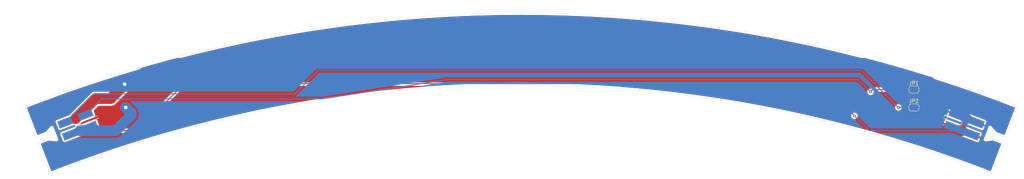
<source format=kicad_pcb>
(kicad_pcb (version 20171130) (host pcbnew 6.0.0-rc1-unknown-r14474-ae6989f3)

  (general
    (thickness 1.6)
    (drawings 218)
    (tracks 62)
    (zones 0)
    (modules 4)
    (nets 8)
  )

  (page A3)
  (layers
    (0 F.Cu signal)
    (31 B.Cu signal)
    (32 B.Adhes user)
    (33 F.Adhes user)
    (34 B.Paste user)
    (35 F.Paste user)
    (36 B.SilkS user)
    (37 F.SilkS user)
    (38 B.Mask user)
    (39 F.Mask user)
    (40 Dwgs.User user)
    (41 Cmts.User user)
    (42 Eco1.User user)
    (43 Eco2.User user)
    (44 Edge.Cuts user)
    (45 Margin user)
    (46 B.CrtYd user)
    (47 F.CrtYd user)
    (48 B.Fab user)
    (49 F.Fab user)
  )

  (setup
    (last_trace_width 0.25)
    (trace_clearance 0.2)
    (zone_clearance 0.508)
    (zone_45_only no)
    (trace_min 0.2)
    (via_size 0.8)
    (via_drill 0.4)
    (via_min_size 0.4)
    (via_min_drill 0.3)
    (uvia_size 0.3)
    (uvia_drill 0.1)
    (uvias_allowed no)
    (uvia_min_size 0.2)
    (uvia_min_drill 0.1)
    (edge_width 0.15)
    (segment_width 0.2)
    (pcb_text_width 0.3)
    (pcb_text_size 1.5 1.5)
    (mod_edge_width 0.15)
    (mod_text_size 1 1)
    (mod_text_width 0.15)
    (pad_size 1.524 1.524)
    (pad_drill 0.762)
    (pad_to_mask_clearance 0.051)
    (solder_mask_min_width 0.25)
    (aux_axis_origin 0 0)
    (visible_elements FFFFFF7F)
    (pcbplotparams
      (layerselection 0x010fc_ffffffff)
      (usegerberextensions false)
      (usegerberattributes false)
      (usegerberadvancedattributes false)
      (creategerberjobfile false)
      (excludeedgelayer true)
      (linewidth 0.100000)
      (plotframeref false)
      (viasonmask false)
      (mode 1)
      (useauxorigin false)
      (hpglpennumber 1)
      (hpglpenspeed 20)
      (hpglpendiameter 15.000000)
      (psnegative false)
      (psa4output false)
      (plotreference true)
      (plotvalue true)
      (plotinvisibletext false)
      (padsonsilk false)
      (subtractmaskfromsilk false)
      (outputformat 1)
      (mirror false)
      (drillshape 1)
      (scaleselection 1)
      (outputdirectory ""))
  )

  (net 0 "")
  (net 1 "Net-(J1-Pad4)")
  (net 2 "Net-(J1-Pad3)")
  (net 3 GND)
  (net 4 /Clock)
  (net 5 +5V)
  (net 6 /Data_In)
  (net 7 /Data_Out)

  (net_class Default "This is the default net class."
    (clearance 0.2)
    (trace_width 0.25)
    (via_dia 0.8)
    (via_drill 0.4)
    (uvia_dia 0.3)
    (uvia_drill 0.1)
    (add_net /Clock)
    (add_net /Data_In)
    (add_net /Data_Out)
    (add_net "Net-(J1-Pad3)")
    (add_net "Net-(J1-Pad4)")
  )

  (net_class HighCurrent ""
    (clearance 0.2)
    (trace_width 3)
    (via_dia 3)
    (via_drill 1)
    (uvia_dia 0.3)
    (uvia_drill 0.1)
    (add_net +5V)
    (add_net GND)
  )

  (module local:Spoke_Connector (layer B.Cu) (tedit 5BF59E3B) (tstamp 5BF66321)
    (at 91.3 148 110.94)
    (path /5BF6C278)
    (fp_text reference J1 (at 0 0.5 110.94) (layer B.SilkS)
      (effects (font (size 1 1) (thickness 0.15)))
    )
    (fp_text value Hexagon (at 0 -0.5 110.94) (layer B.Fab)
      (effects (font (size 1 1) (thickness 0.15)))
    )
    (pad 4 smd rect (at 1.8 -8 110.94) (size 2 4) (layers B.Cu B.Paste B.Mask)
      (net 1 "Net-(J1-Pad4)"))
    (pad 3 smd rect (at 1.8 -2 110.94) (size 2 4) (layers B.Cu B.Paste B.Mask)
      (net 2 "Net-(J1-Pad3)"))
    (pad 5 smd rect (at -1.8 -5 110.94) (size 2 10) (layers B.Cu B.Paste B.Mask)
      (net 3 GND))
    (pad 2 smd rect (at -1.8 -5 110.94) (size 2 10) (layers F.Cu F.Paste F.Mask)
      (net 4 /Clock))
    (pad 1 smd rect (at 1.8 -5 110.94) (size 2 10) (layers F.Cu F.Paste F.Mask)
      (net 5 +5V))
  )

  (module local:Spoke_Connector (layer F.Cu) (tedit 5BF59E3B) (tstamp 5BF66321)
    (at 328.7 148 249.06)
    (path /5BFD12AE)
    (fp_text reference J2 (at 0 0.5 249.06) (layer F.SilkS)
      (effects (font (size 1 1) (thickness 0.15)))
    )
    (fp_text value Hexagon (at 0 -0.5 249.06) (layer F.Fab)
      (effects (font (size 1 1) (thickness 0.15)))
    )
    (pad 4 smd rect (at -1.8 -8 249.06) (size 2 4) (layers F.Cu F.Paste F.Mask)
      (net 7 /Data_Out))
    (pad 3 smd rect (at -1.8 -2 249.06) (size 2 4) (layers F.Cu F.Paste F.Mask)
      (net 6 /Data_In))
    (pad 5 smd rect (at 1.8 -5 249.06) (size 2 10) (layers F.Cu F.Paste F.Mask)
      (net 3 GND))
    (pad 2 smd rect (at 1.8 -5 249.06) (size 2 10) (layers B.Cu B.Paste B.Mask)
      (net 4 /Clock))
    (pad 1 smd rect (at -1.8 -5 249.06) (size 2 10) (layers B.Cu B.Paste B.Mask)
      (net 5 +5V))
  )

  (module Jumper:SolderJumper-2_P1.3mm_Open_RoundedPad1.0x1.5mm (layer F.Cu) (tedit 5B391E66) (tstamp 5BF66743)
    (at 319.35 140)
    (descr "SMD Solder Jumper, 1x1.5mm, rounded Pads, 0.3mm gap, open")
    (tags "solder jumper open")
    (path /5BF6E6AD)
    (attr virtual)
    (fp_text reference JP1 (at 0 -1.8) (layer F.SilkS)
      (effects (font (size 1 1) (thickness 0.15)))
    )
    (fp_text value Jumper (at 0 1.9) (layer F.Fab)
      (effects (font (size 1 1) (thickness 0.15)))
    )
    (fp_arc (start 0.7 -0.3) (end 1.4 -0.3) (angle -90) (layer F.SilkS) (width 0.12))
    (fp_arc (start 0.7 0.3) (end 0.7 1) (angle -90) (layer F.SilkS) (width 0.12))
    (fp_arc (start -0.7 0.3) (end -1.4 0.3) (angle -90) (layer F.SilkS) (width 0.12))
    (fp_arc (start -0.7 -0.3) (end -0.7 -1) (angle -90) (layer F.SilkS) (width 0.12))
    (fp_line (start -1.4 0.3) (end -1.4 -0.3) (layer F.SilkS) (width 0.12))
    (fp_line (start 0.7 1) (end -0.7 1) (layer F.SilkS) (width 0.12))
    (fp_line (start 1.4 -0.3) (end 1.4 0.3) (layer F.SilkS) (width 0.12))
    (fp_line (start -0.7 -1) (end 0.7 -1) (layer F.SilkS) (width 0.12))
    (fp_line (start -1.65 -1.25) (end 1.65 -1.25) (layer F.CrtYd) (width 0.05))
    (fp_line (start -1.65 -1.25) (end -1.65 1.25) (layer F.CrtYd) (width 0.05))
    (fp_line (start 1.65 1.25) (end 1.65 -1.25) (layer F.CrtYd) (width 0.05))
    (fp_line (start 1.65 1.25) (end -1.65 1.25) (layer F.CrtYd) (width 0.05))
    (pad 1 smd custom (at -0.65 0) (size 1 0.5) (layers F.Cu F.Mask)
      (net 2 "Net-(J1-Pad3)") (zone_connect 0)
      (options (clearance outline) (anchor rect))
      (primitives
        (gr_circle (center 0 0.25) (end 0.5 0.25) (width 0))
        (gr_circle (center 0 -0.25) (end 0.5 -0.25) (width 0))
        (gr_poly (pts
           (xy 0 -0.75) (xy 0.5 -0.75) (xy 0.5 0.75) (xy 0 0.75)) (width 0))
      ))
    (pad 2 smd custom (at 0.65 0) (size 1 0.5) (layers F.Cu F.Mask)
      (net 7 /Data_Out) (zone_connect 0)
      (options (clearance outline) (anchor rect))
      (primitives
        (gr_circle (center 0 0.25) (end 0.5 0.25) (width 0))
        (gr_circle (center 0 -0.25) (end 0.5 -0.25) (width 0))
        (gr_poly (pts
           (xy 0 -0.75) (xy -0.5 -0.75) (xy -0.5 0.75) (xy 0 0.75)) (width 0))
      ))
  )

  (module Jumper:SolderJumper-2_P1.3mm_Open_RoundedPad1.0x1.5mm (layer F.Cu) (tedit 5B391E66) (tstamp 5BF66755)
    (at 319.35 145)
    (descr "SMD Solder Jumper, 1x1.5mm, rounded Pads, 0.3mm gap, open")
    (tags "solder jumper open")
    (path /5BF6EE97)
    (attr virtual)
    (fp_text reference JP2 (at 0 -1.8) (layer F.SilkS)
      (effects (font (size 1 1) (thickness 0.15)))
    )
    (fp_text value Jumper (at 0 1.9) (layer F.Fab)
      (effects (font (size 1 1) (thickness 0.15)))
    )
    (fp_line (start 1.65 1.25) (end -1.65 1.25) (layer F.CrtYd) (width 0.05))
    (fp_line (start 1.65 1.25) (end 1.65 -1.25) (layer F.CrtYd) (width 0.05))
    (fp_line (start -1.65 -1.25) (end -1.65 1.25) (layer F.CrtYd) (width 0.05))
    (fp_line (start -1.65 -1.25) (end 1.65 -1.25) (layer F.CrtYd) (width 0.05))
    (fp_line (start -0.7 -1) (end 0.7 -1) (layer F.SilkS) (width 0.12))
    (fp_line (start 1.4 -0.3) (end 1.4 0.3) (layer F.SilkS) (width 0.12))
    (fp_line (start 0.7 1) (end -0.7 1) (layer F.SilkS) (width 0.12))
    (fp_line (start -1.4 0.3) (end -1.4 -0.3) (layer F.SilkS) (width 0.12))
    (fp_arc (start -0.7 -0.3) (end -0.7 -1) (angle -90) (layer F.SilkS) (width 0.12))
    (fp_arc (start -0.7 0.3) (end -1.4 0.3) (angle -90) (layer F.SilkS) (width 0.12))
    (fp_arc (start 0.7 0.3) (end 0.7 1) (angle -90) (layer F.SilkS) (width 0.12))
    (fp_arc (start 0.7 -0.3) (end 1.4 -0.3) (angle -90) (layer F.SilkS) (width 0.12))
    (pad 2 smd custom (at 0.65 0) (size 1 0.5) (layers F.Cu F.Mask)
      (net 6 /Data_In) (zone_connect 0)
      (options (clearance outline) (anchor rect))
      (primitives
        (gr_circle (center 0 0.25) (end 0.5 0.25) (width 0))
        (gr_circle (center 0 -0.25) (end 0.5 -0.25) (width 0))
        (gr_poly (pts
           (xy 0 -0.75) (xy -0.5 -0.75) (xy -0.5 0.75) (xy 0 0.75)) (width 0))
      ))
    (pad 1 smd custom (at -0.65 0) (size 1 0.5) (layers F.Cu F.Mask)
      (net 1 "Net-(J1-Pad4)") (zone_connect 0)
      (options (clearance outline) (anchor rect))
      (primitives
        (gr_circle (center 0 0.25) (end 0.5 0.25) (width 0))
        (gr_circle (center 0 -0.25) (end 0.5 -0.25) (width 0))
        (gr_poly (pts
           (xy 0 -0.75) (xy 0.5 -0.75) (xy 0.5 0.75) (xy 0 0.75)) (width 0))
      ))
  )

  (gr_line (start 79 163.42) (end 79 163.42) (layer Edge.Cuts) (width 0.05))
  (gr_line (start 79 163.42) (end 81.5 162.45) (layer Edge.Cuts) (width 0.05))
  (gr_line (start 81.5 162.45) (end 84.01 161.5) (layer Edge.Cuts) (width 0.05))
  (gr_line (start 84.01 161.5) (end 86.52 160.57) (layer Edge.Cuts) (width 0.05))
  (gr_line (start 86.52 160.57) (end 89.05 159.66) (layer Edge.Cuts) (width 0.05))
  (gr_line (start 89.05 159.66) (end 91.57 158.76) (layer Edge.Cuts) (width 0.05))
  (gr_line (start 91.57 158.76) (end 94.11 157.89) (layer Edge.Cuts) (width 0.05))
  (gr_line (start 94.11 157.89) (end 96.65 157.03) (layer Edge.Cuts) (width 0.05))
  (gr_line (start 96.65 157.03) (end 99.2 156.19) (layer Edge.Cuts) (width 0.05))
  (gr_line (start 99.2 156.19) (end 101.75 155.37) (layer Edge.Cuts) (width 0.05))
  (gr_line (start 101.75 155.37) (end 104.31 154.57) (layer Edge.Cuts) (width 0.05))
  (gr_line (start 104.31 154.57) (end 106.88 153.79) (layer Edge.Cuts) (width 0.05))
  (gr_line (start 106.88 153.79) (end 109.45 153.03) (layer Edge.Cuts) (width 0.05))
  (gr_line (start 109.45 153.03) (end 112.03 152.29) (layer Edge.Cuts) (width 0.05))
  (gr_line (start 112.03 152.29) (end 114.61 151.57) (layer Edge.Cuts) (width 0.05))
  (gr_line (start 114.61 151.57) (end 117.2 150.87) (layer Edge.Cuts) (width 0.05))
  (gr_line (start 117.2 150.87) (end 119.79 150.18) (layer Edge.Cuts) (width 0.05))
  (gr_line (start 119.79 150.18) (end 122.39 149.52) (layer Edge.Cuts) (width 0.05))
  (gr_line (start 122.39 149.52) (end 124.99 148.87) (layer Edge.Cuts) (width 0.05))
  (gr_line (start 124.99 148.87) (end 127.6 148.25) (layer Edge.Cuts) (width 0.05))
  (gr_line (start 127.6 148.25) (end 130.21 147.64) (layer Edge.Cuts) (width 0.05))
  (gr_line (start 130.21 147.64) (end 132.83 147.06) (layer Edge.Cuts) (width 0.05))
  (gr_line (start 132.83 147.06) (end 135.45 146.49) (layer Edge.Cuts) (width 0.05))
  (gr_line (start 135.45 146.49) (end 138.08 145.94) (layer Edge.Cuts) (width 0.05))
  (gr_line (start 138.08 145.94) (end 140.71 145.42) (layer Edge.Cuts) (width 0.05))
  (gr_line (start 140.71 145.42) (end 143.34 144.91) (layer Edge.Cuts) (width 0.05))
  (gr_line (start 143.34 144.91) (end 145.98 144.42) (layer Edge.Cuts) (width 0.05))
  (gr_line (start 145.98 144.42) (end 148.62 143.95) (layer Edge.Cuts) (width 0.05))
  (gr_line (start 148.62 143.95) (end 151.26 143.5) (layer Edge.Cuts) (width 0.05))
  (gr_line (start 151.26 143.5) (end 153.91 143.07) (layer Edge.Cuts) (width 0.05))
  (gr_line (start 153.91 143.07) (end 156.56 142.66) (layer Edge.Cuts) (width 0.05))
  (gr_line (start 156.56 142.66) (end 159.21 142.28) (layer Edge.Cuts) (width 0.05))
  (gr_line (start 159.21 142.28) (end 161.87 141.91) (layer Edge.Cuts) (width 0.05))
  (gr_line (start 161.87 141.91) (end 164.53 141.56) (layer Edge.Cuts) (width 0.05))
  (gr_line (start 164.53 141.56) (end 167.19 141.23) (layer Edge.Cuts) (width 0.05))
  (gr_line (start 167.19 141.23) (end 169.86 140.92) (layer Edge.Cuts) (width 0.05))
  (gr_line (start 169.86 140.92) (end 172.52 140.63) (layer Edge.Cuts) (width 0.05))
  (gr_line (start 172.52 140.63) (end 175.19 140.36) (layer Edge.Cuts) (width 0.05))
  (gr_line (start 175.19 140.36) (end 177.86 140.11) (layer Edge.Cuts) (width 0.05))
  (gr_line (start 177.86 140.11) (end 180.53 139.88) (layer Edge.Cuts) (width 0.05))
  (gr_line (start 180.53 139.88) (end 183.21 139.67) (layer Edge.Cuts) (width 0.05))
  (gr_line (start 183.21 139.67) (end 185.88 139.48) (layer Edge.Cuts) (width 0.05))
  (gr_line (start 185.88 139.48) (end 188.56 139.31) (layer Edge.Cuts) (width 0.05))
  (gr_line (start 188.56 139.31) (end 191.24 139.16) (layer Edge.Cuts) (width 0.05))
  (gr_line (start 191.24 139.16) (end 193.91 139.03) (layer Edge.Cuts) (width 0.05))
  (gr_line (start 193.91 139.03) (end 196.59 138.92) (layer Edge.Cuts) (width 0.05))
  (gr_line (start 196.59 138.92) (end 199.27 138.83) (layer Edge.Cuts) (width 0.05))
  (gr_line (start 199.27 138.83) (end 201.96 138.76) (layer Edge.Cuts) (width 0.05))
  (gr_line (start 201.96 138.76) (end 204.64 138.71) (layer Edge.Cuts) (width 0.05))
  (gr_line (start 204.64 138.71) (end 207.32 138.68) (layer Edge.Cuts) (width 0.05))
  (gr_line (start 207.32 138.68) (end 210 138.67) (layer Edge.Cuts) (width 0.05))
  (gr_line (start 210 138.67) (end 212.68 138.68) (layer Edge.Cuts) (width 0.05))
  (gr_line (start 212.68 138.68) (end 215.36 138.71) (layer Edge.Cuts) (width 0.05))
  (gr_line (start 215.36 138.71) (end 218.05 138.76) (layer Edge.Cuts) (width 0.05))
  (gr_line (start 218.05 138.76) (end 220.73 138.83) (layer Edge.Cuts) (width 0.05))
  (gr_line (start 220.73 138.83) (end 223.41 138.92) (layer Edge.Cuts) (width 0.05))
  (gr_line (start 223.41 138.92) (end 226.09 139.03) (layer Edge.Cuts) (width 0.05))
  (gr_line (start 226.09 139.03) (end 228.77 139.16) (layer Edge.Cuts) (width 0.05))
  (gr_line (start 228.77 139.16) (end 231.44 139.31) (layer Edge.Cuts) (width 0.05))
  (gr_line (start 231.44 139.31) (end 234.12 139.48) (layer Edge.Cuts) (width 0.05))
  (gr_line (start 234.12 139.48) (end 236.8 139.67) (layer Edge.Cuts) (width 0.05))
  (gr_line (start 236.8 139.67) (end 239.47 139.88) (layer Edge.Cuts) (width 0.05))
  (gr_line (start 239.47 139.88) (end 242.14 140.11) (layer Edge.Cuts) (width 0.05))
  (gr_line (start 242.14 140.11) (end 244.81 140.36) (layer Edge.Cuts) (width 0.05))
  (gr_line (start 244.81 140.36) (end 247.48 140.63) (layer Edge.Cuts) (width 0.05))
  (gr_line (start 247.48 140.63) (end 250.15 140.92) (layer Edge.Cuts) (width 0.05))
  (gr_line (start 250.15 140.92) (end 252.81 141.23) (layer Edge.Cuts) (width 0.05))
  (gr_line (start 252.81 141.23) (end 255.47 141.56) (layer Edge.Cuts) (width 0.05))
  (gr_line (start 255.47 141.56) (end 258.13 141.91) (layer Edge.Cuts) (width 0.05))
  (gr_line (start 258.13 141.91) (end 260.79 142.28) (layer Edge.Cuts) (width 0.05))
  (gr_line (start 260.79 142.28) (end 263.44 142.67) (layer Edge.Cuts) (width 0.05))
  (gr_line (start 263.44 142.67) (end 266.09 143.07) (layer Edge.Cuts) (width 0.05))
  (gr_line (start 266.09 143.07) (end 268.74 143.5) (layer Edge.Cuts) (width 0.05))
  (gr_line (start 268.74 143.5) (end 271.38 143.95) (layer Edge.Cuts) (width 0.05))
  (gr_line (start 271.38 143.95) (end 274.02 144.42) (layer Edge.Cuts) (width 0.05))
  (gr_line (start 274.02 144.42) (end 276.66 144.91) (layer Edge.Cuts) (width 0.05))
  (gr_line (start 276.66 144.91) (end 279.29 145.42) (layer Edge.Cuts) (width 0.05))
  (gr_line (start 279.29 145.42) (end 281.92 145.94) (layer Edge.Cuts) (width 0.05))
  (gr_line (start 281.92 145.94) (end 284.55 146.49) (layer Edge.Cuts) (width 0.05))
  (gr_line (start 284.55 146.49) (end 287.17 147.06) (layer Edge.Cuts) (width 0.05))
  (gr_line (start 287.17 147.06) (end 289.79 147.64) (layer Edge.Cuts) (width 0.05))
  (gr_line (start 289.79 147.64) (end 292.4 148.25) (layer Edge.Cuts) (width 0.05))
  (gr_line (start 292.4 148.25) (end 295.01 148.88) (layer Edge.Cuts) (width 0.05))
  (gr_line (start 295.01 148.88) (end 297.61 149.52) (layer Edge.Cuts) (width 0.05))
  (gr_line (start 297.61 149.52) (end 300.21 150.18) (layer Edge.Cuts) (width 0.05))
  (gr_line (start 300.21 150.18) (end 302.8 150.87) (layer Edge.Cuts) (width 0.05))
  (gr_line (start 302.8 150.87) (end 305.39 151.57) (layer Edge.Cuts) (width 0.05))
  (gr_line (start 305.39 151.57) (end 307.97 152.29) (layer Edge.Cuts) (width 0.05))
  (gr_line (start 307.97 152.29) (end 310.55 153.03) (layer Edge.Cuts) (width 0.05))
  (gr_line (start 310.55 153.03) (end 313.12 153.8) (layer Edge.Cuts) (width 0.05))
  (gr_line (start 313.12 153.8) (end 315.69 154.58) (layer Edge.Cuts) (width 0.05))
  (gr_line (start 315.69 154.58) (end 318.25 155.37) (layer Edge.Cuts) (width 0.05))
  (gr_line (start 318.25 155.37) (end 320.8 156.19) (layer Edge.Cuts) (width 0.05))
  (gr_line (start 320.8 156.19) (end 323.35 157.03) (layer Edge.Cuts) (width 0.05))
  (gr_line (start 323.35 157.03) (end 325.89 157.89) (layer Edge.Cuts) (width 0.05))
  (gr_line (start 325.89 157.89) (end 328.43 158.76) (layer Edge.Cuts) (width 0.05))
  (gr_line (start 328.43 158.76) (end 330.96 159.66) (layer Edge.Cuts) (width 0.05))
  (gr_line (start 330.96 159.66) (end 333.48 160.57) (layer Edge.Cuts) (width 0.05))
  (gr_line (start 333.48 160.57) (end 335.99 161.5) (layer Edge.Cuts) (width 0.05))
  (gr_line (start 335.99 161.5) (end 338.5 162.45) (layer Edge.Cuts) (width 0.05))
  (gr_line (start 341 163.42) (end 338.5 162.45) (layer Edge.Cuts) (width 0.05))
  (gr_line (start 79 163.42) (end 79 163.42) (layer Edge.Cuts) (width 0.05))
  (gr_line (start 79 163.42) (end 75.71 154.82) (layer Edge.Cuts) (width 0.05))
  (gr_line (start 75.71 154.82) (end 78.51 153.75) (layer Edge.Cuts) (width 0.05))
  (gr_line (start 78.51 153.75) (end 80.74 153.97) (layer Edge.Cuts) (width 0.05))
  (gr_line (start 80.74 153.97) (end 79.45 150.61) (layer Edge.Cuts) (width 0.05))
  (gr_line (start 79.45 150.61) (end 77.94 152.26) (layer Edge.Cuts) (width 0.05))
  (gr_line (start 77.94 152.26) (end 75.14 153.33) (layer Edge.Cuts) (width 0.05))
  (gr_line (start 75.14 153.33) (end 71.85 144.74) (layer Edge.Cuts) (width 0.05))
  (gr_line (start 348.15 144.74) (end 348.15 144.74) (layer Edge.Cuts) (width 0.05))
  (gr_line (start 348.15 144.74) (end 345.51 143.72) (layer Edge.Cuts) (width 0.05))
  (gr_line (start 345.51 143.72) (end 342.87 142.72) (layer Edge.Cuts) (width 0.05))
  (gr_line (start 342.87 142.72) (end 340.22 141.74) (layer Edge.Cuts) (width 0.05))
  (gr_line (start 340.22 141.74) (end 337.56 140.77) (layer Edge.Cuts) (width 0.05))
  (gr_line (start 337.56 140.77) (end 334.89 139.83) (layer Edge.Cuts) (width 0.05))
  (gr_line (start 334.89 139.83) (end 332.22 138.91) (layer Edge.Cuts) (width 0.05))
  (gr_line (start 332.22 138.91) (end 329.53 138.01) (layer Edge.Cuts) (width 0.05))
  (gr_line (start 329.53 138.01) (end 326.85 137.13) (layer Edge.Cuts) (width 0.05))
  (gr_line (start 326.85 137.13) (end 324.15 136.26) (layer Edge.Cuts) (width 0.05))
  (gr_line (start 324.15 136.26) (end 321.45 135.42) (layer Edge.Cuts) (width 0.05))
  (gr_line (start 321.45 135.42) (end 318.75 134.6) (layer Edge.Cuts) (width 0.05))
  (gr_line (start 318.75 134.6) (end 316.04 133.8) (layer Edge.Cuts) (width 0.05))
  (gr_line (start 316.04 133.8) (end 313.32 133.02) (layer Edge.Cuts) (width 0.05))
  (gr_line (start 313.32 133.02) (end 310.59 132.26) (layer Edge.Cuts) (width 0.05))
  (gr_line (start 310.59 132.26) (end 307.86 131.52) (layer Edge.Cuts) (width 0.05))
  (gr_line (start 307.86 131.52) (end 305.13 130.8) (layer Edge.Cuts) (width 0.05))
  (gr_line (start 305.13 130.8) (end 302.39 130.1) (layer Edge.Cuts) (width 0.05))
  (gr_line (start 302.39 130.1) (end 299.64 129.42) (layer Edge.Cuts) (width 0.05))
  (gr_line (start 299.64 129.42) (end 296.89 128.76) (layer Edge.Cuts) (width 0.05))
  (gr_line (start 296.89 128.76) (end 294.14 128.12) (layer Edge.Cuts) (width 0.05))
  (gr_line (start 294.14 128.12) (end 291.38 127.5) (layer Edge.Cuts) (width 0.05))
  (gr_line (start 291.38 127.5) (end 288.61 126.91) (layer Edge.Cuts) (width 0.05))
  (gr_line (start 288.61 126.91) (end 285.84 126.33) (layer Edge.Cuts) (width 0.05))
  (gr_line (start 285.84 126.33) (end 283.07 125.78) (layer Edge.Cuts) (width 0.05))
  (gr_line (start 283.07 125.78) (end 280.29 125.24) (layer Edge.Cuts) (width 0.05))
  (gr_line (start 280.29 125.24) (end 277.51 124.73) (layer Edge.Cuts) (width 0.05))
  (gr_line (start 277.51 124.73) (end 274.73 124.23) (layer Edge.Cuts) (width 0.05))
  (gr_line (start 274.73 124.23) (end 271.94 123.76) (layer Edge.Cuts) (width 0.05))
  (gr_line (start 271.94 123.76) (end 269.15 123.31) (layer Edge.Cuts) (width 0.05))
  (gr_line (start 269.15 123.31) (end 266.35 122.88) (layer Edge.Cuts) (width 0.05))
  (gr_line (start 266.35 122.88) (end 263.56 122.47) (layer Edge.Cuts) (width 0.05))
  (gr_line (start 263.56 122.47) (end 260.75 122.08) (layer Edge.Cuts) (width 0.05))
  (gr_line (start 260.75 122.08) (end 257.95 121.71) (layer Edge.Cuts) (width 0.05))
  (gr_line (start 257.95 121.71) (end 255.14 121.36) (layer Edge.Cuts) (width 0.05))
  (gr_line (start 255.14 121.36) (end 252.33 121.04) (layer Edge.Cuts) (width 0.05))
  (gr_line (start 252.33 121.04) (end 249.52 120.73) (layer Edge.Cuts) (width 0.05))
  (gr_line (start 249.52 120.73) (end 246.71 120.45) (layer Edge.Cuts) (width 0.05))
  (gr_line (start 246.71 120.45) (end 243.89 120.18) (layer Edge.Cuts) (width 0.05))
  (gr_line (start 243.89 120.18) (end 241.08 119.94) (layer Edge.Cuts) (width 0.05))
  (gr_line (start 241.08 119.94) (end 238.26 119.72) (layer Edge.Cuts) (width 0.05))
  (gr_line (start 238.26 119.72) (end 235.43 119.52) (layer Edge.Cuts) (width 0.05))
  (gr_line (start 235.43 119.52) (end 232.61 119.34) (layer Edge.Cuts) (width 0.05))
  (gr_line (start 232.61 119.34) (end 229.79 119.18) (layer Edge.Cuts) (width 0.05))
  (gr_line (start 229.79 119.18) (end 226.96 119.04) (layer Edge.Cuts) (width 0.05))
  (gr_line (start 226.96 119.04) (end 224.14 118.93) (layer Edge.Cuts) (width 0.05))
  (gr_line (start 224.14 118.93) (end 221.31 118.83) (layer Edge.Cuts) (width 0.05))
  (gr_line (start 221.31 118.83) (end 218.48 118.76) (layer Edge.Cuts) (width 0.05))
  (gr_line (start 218.48 118.76) (end 215.66 118.71) (layer Edge.Cuts) (width 0.05))
  (gr_line (start 215.66 118.71) (end 212.83 118.67) (layer Edge.Cuts) (width 0.05))
  (gr_line (start 212.83 118.67) (end 210 118.66) (layer Edge.Cuts) (width 0.05))
  (gr_line (start 210 118.66) (end 207.17 118.67) (layer Edge.Cuts) (width 0.05))
  (gr_line (start 207.17 118.67) (end 204.34 118.71) (layer Edge.Cuts) (width 0.05))
  (gr_line (start 204.34 118.71) (end 201.52 118.76) (layer Edge.Cuts) (width 0.05))
  (gr_line (start 201.52 118.76) (end 198.69 118.83) (layer Edge.Cuts) (width 0.05))
  (gr_line (start 198.69 118.83) (end 195.86 118.93) (layer Edge.Cuts) (width 0.05))
  (gr_line (start 195.86 118.93) (end 193.04 119.04) (layer Edge.Cuts) (width 0.05))
  (gr_line (start 193.04 119.04) (end 190.21 119.18) (layer Edge.Cuts) (width 0.05))
  (gr_line (start 190.21 119.18) (end 187.39 119.34) (layer Edge.Cuts) (width 0.05))
  (gr_line (start 187.39 119.34) (end 184.57 119.52) (layer Edge.Cuts) (width 0.05))
  (gr_line (start 184.57 119.52) (end 181.74 119.72) (layer Edge.Cuts) (width 0.05))
  (gr_line (start 181.74 119.72) (end 178.93 119.94) (layer Edge.Cuts) (width 0.05))
  (gr_line (start 178.93 119.94) (end 176.11 120.18) (layer Edge.Cuts) (width 0.05))
  (gr_line (start 176.11 120.18) (end 173.29 120.45) (layer Edge.Cuts) (width 0.05))
  (gr_line (start 173.29 120.45) (end 170.48 120.73) (layer Edge.Cuts) (width 0.05))
  (gr_line (start 170.48 120.73) (end 167.67 121.04) (layer Edge.Cuts) (width 0.05))
  (gr_line (start 167.67 121.04) (end 164.86 121.36) (layer Edge.Cuts) (width 0.05))
  (gr_line (start 164.86 121.36) (end 162.05 121.71) (layer Edge.Cuts) (width 0.05))
  (gr_line (start 162.05 121.71) (end 159.25 122.08) (layer Edge.Cuts) (width 0.05))
  (gr_line (start 159.25 122.08) (end 156.45 122.47) (layer Edge.Cuts) (width 0.05))
  (gr_line (start 156.45 122.47) (end 153.65 122.88) (layer Edge.Cuts) (width 0.05))
  (gr_line (start 153.65 122.88) (end 150.85 123.31) (layer Edge.Cuts) (width 0.05))
  (gr_line (start 150.85 123.31) (end 148.06 123.76) (layer Edge.Cuts) (width 0.05))
  (gr_line (start 148.06 123.76) (end 145.27 124.23) (layer Edge.Cuts) (width 0.05))
  (gr_line (start 145.27 124.23) (end 142.49 124.73) (layer Edge.Cuts) (width 0.05))
  (gr_line (start 142.49 124.73) (end 139.71 125.24) (layer Edge.Cuts) (width 0.05))
  (gr_line (start 139.71 125.24) (end 136.93 125.78) (layer Edge.Cuts) (width 0.05))
  (gr_line (start 136.93 125.78) (end 134.16 126.33) (layer Edge.Cuts) (width 0.05))
  (gr_line (start 134.16 126.33) (end 131.39 126.91) (layer Edge.Cuts) (width 0.05))
  (gr_line (start 131.39 126.91) (end 128.62 127.5) (layer Edge.Cuts) (width 0.05))
  (gr_line (start 128.62 127.5) (end 125.86 128.12) (layer Edge.Cuts) (width 0.05))
  (gr_line (start 125.86 128.12) (end 123.11 128.76) (layer Edge.Cuts) (width 0.05))
  (gr_line (start 123.11 128.76) (end 120.36 129.42) (layer Edge.Cuts) (width 0.05))
  (gr_line (start 120.36 129.42) (end 117.61 130.1) (layer Edge.Cuts) (width 0.05))
  (gr_line (start 117.61 130.1) (end 114.87 130.8) (layer Edge.Cuts) (width 0.05))
  (gr_line (start 114.87 130.8) (end 112.14 131.52) (layer Edge.Cuts) (width 0.05))
  (gr_line (start 112.14 131.52) (end 109.41 132.26) (layer Edge.Cuts) (width 0.05))
  (gr_line (start 109.41 132.26) (end 106.68 133.02) (layer Edge.Cuts) (width 0.05))
  (gr_line (start 106.68 133.02) (end 103.96 133.8) (layer Edge.Cuts) (width 0.05))
  (gr_line (start 103.96 133.8) (end 101.25 134.6) (layer Edge.Cuts) (width 0.05))
  (gr_line (start 101.25 134.6) (end 98.55 135.42) (layer Edge.Cuts) (width 0.05))
  (gr_line (start 98.55 135.42) (end 95.85 136.26) (layer Edge.Cuts) (width 0.05))
  (gr_line (start 95.85 136.26) (end 93.15 137.13) (layer Edge.Cuts) (width 0.05))
  (gr_line (start 93.15 137.13) (end 90.47 138.01) (layer Edge.Cuts) (width 0.05))
  (gr_line (start 90.47 138.01) (end 87.78 138.91) (layer Edge.Cuts) (width 0.05))
  (gr_line (start 87.78 138.91) (end 85.11 139.83) (layer Edge.Cuts) (width 0.05))
  (gr_line (start 85.11 139.83) (end 82.44 140.77) (layer Edge.Cuts) (width 0.05))
  (gr_line (start 82.44 140.77) (end 79.79 141.74) (layer Edge.Cuts) (width 0.05))
  (gr_line (start 79.79 141.74) (end 77.13 142.72) (layer Edge.Cuts) (width 0.05))
  (gr_line (start 77.13 142.72) (end 74.49 143.72) (layer Edge.Cuts) (width 0.05))
  (gr_line (start 71.85 144.74) (end 74.49 143.72) (layer Edge.Cuts) (width 0.05))
  (gr_line (start 348.15 144.74) (end 348.15 144.74) (layer Edge.Cuts) (width 0.05))
  (gr_line (start 348.15 144.74) (end 344.86 153.33) (layer Edge.Cuts) (width 0.05))
  (gr_line (start 344.86 153.33) (end 342.06 152.26) (layer Edge.Cuts) (width 0.05))
  (gr_line (start 342.06 152.26) (end 340.55 150.61) (layer Edge.Cuts) (width 0.05))
  (gr_line (start 340.55 150.61) (end 339.26 153.97) (layer Edge.Cuts) (width 0.05))
  (gr_line (start 339.26 153.97) (end 341.49 153.75) (layer Edge.Cuts) (width 0.05))
  (gr_line (start 341.49 153.75) (end 344.29 154.82) (layer Edge.Cuts) (width 0.05))
  (gr_line (start 344.29 154.82) (end 341 163.42) (layer Edge.Cuts) (width 0.05))

  (segment (start 318.7 145) (end 315 145) (width 0.25) (layer F.Cu) (net 1))
  (via (at 315 145) (size 0.8) (drill 0.4) (layers F.Cu B.Cu) (net 1))
  (segment (start 304.669432 134.669432) (end 314.600001 144.600001) (width 0.25) (layer B.Cu) (net 1))
  (segment (start 91.138047 141.225011) (end 147.005944 141.225011) (width 0.25) (layer B.Cu) (net 1))
  (segment (start 314.600001 144.600001) (end 315 145) (width 0.25) (layer B.Cu) (net 1))
  (segment (start 153.561522 134.669432) (end 304.669432 134.669432) (width 0.25) (layer B.Cu) (net 1))
  (segment (start 147.005944 141.225011) (end 153.561522 134.669432) (width 0.25) (layer B.Cu) (net 1))
  (segment (start 83.185056 149.178002) (end 91.138047 141.225011) (width 0.25) (layer B.Cu) (net 1))
  (via (at 307.25 140.65) (size 0.8) (drill 0.4) (layers F.Cu B.Cu) (net 2))
  (segment (start 318.7 140) (end 307.9 140) (width 0.25) (layer F.Cu) (net 2))
  (segment (start 307.9 140) (end 307.25 140.65) (width 0.25) (layer F.Cu) (net 2))
  (segment (start 189.571581 137.198395) (end 154.658631 142.6) (width 0.25) (layer B.Cu) (net 2))
  (segment (start 307.25 140.65) (end 303.798395 137.198395) (width 0.25) (layer B.Cu) (net 2))
  (segment (start 303.798395 137.198395) (end 189.571581 137.198395) (width 0.25) (layer B.Cu) (net 2))
  (segment (start 93.222448 142.6) (end 88.788787 147.033661) (width 0.25) (layer B.Cu) (net 2))
  (segment (start 154.658631 142.6) (end 93.222448 142.6) (width 0.25) (layer B.Cu) (net 2))
  (via (at 100 145) (size 3) (drill 1) (layers F.Cu B.Cu) (net 3))
  (segment (start 101.499999 146.499999) (end 101.499999 147.202477) (width 3) (layer B.Cu) (net 3))
  (segment (start 90.171589 151.46807) (end 87.273526 151.46807) (width 3) (layer B.Cu) (net 3))
  (segment (start 101.499999 147.202477) (end 97.234406 151.46807) (width 3) (layer B.Cu) (net 3))
  (segment (start 100 145) (end 101.499999 146.499999) (width 3) (layer B.Cu) (net 3))
  (segment (start 97.234406 151.46807) (end 90.171589 151.46807) (width 3) (layer B.Cu) (net 3))
  (segment (start 108.505558 136.494442) (end 101.499999 143.500001) (width 3) (layer F.Cu) (net 3))
  (segment (start 101.499999 143.500001) (end 100 145) (width 3) (layer F.Cu) (net 3))
  (segment (start 298.386438 136.494442) (end 108.505558 136.494442) (width 3) (layer F.Cu) (net 3))
  (segment (start 313.360066 151.46807) (end 298.386438 136.494442) (width 3) (layer F.Cu) (net 3))
  (segment (start 332.726474 151.46807) (end 313.360066 151.46807) (width 3) (layer F.Cu) (net 3))
  (via (at 302.8 147.35) (size 0.8) (drill 0.4) (layers F.Cu B.Cu) (net 4))
  (segment (start 306.91807 151.46807) (end 332.726474 151.46807) (width 0.25) (layer B.Cu) (net 4))
  (segment (start 302.8 147.35) (end 306.91807 151.46807) (width 0.25) (layer B.Cu) (net 4))
  (segment (start 116.330547 138.319453) (end 293.769453 138.319453) (width 0.25) (layer F.Cu) (net 4))
  (segment (start 293.769453 138.319453) (end 302.8 147.35) (width 0.25) (layer F.Cu) (net 4))
  (segment (start 87.273526 151.46807) (end 103.18193 151.46807) (width 0.25) (layer F.Cu) (net 4))
  (segment (start 103.18193 151.46807) (end 116.330547 138.319453) (width 0.25) (layer F.Cu) (net 4))
  (segment (start 85.986922 148.105831) (end 91.592753 142.5) (width 3) (layer F.Cu) (net 5))
  (segment (start 91.592753 142.5) (end 95.8 142.5) (width 3) (layer F.Cu) (net 5))
  (via (at 99.7 138.5) (size 3) (drill 1) (layers F.Cu B.Cu) (net 5))
  (segment (start 95.8 142.5) (end 99.7 138.6) (width 3) (layer F.Cu) (net 5))
  (segment (start 99.7 138.6) (end 99.7 138.5) (width 3) (layer F.Cu) (net 5))
  (segment (start 112.585606 133.186471) (end 114.430145 132.7) (width 3) (layer B.Cu) (net 5))
  (segment (start 109.867118 133.92335) (end 112.585606 133.186471) (width 3) (layer B.Cu) (net 5))
  (segment (start 107.149046 134.680029) (end 109.867118 133.92335) (width 3) (layer B.Cu) (net 5))
  (segment (start 105.03508 135.28624) (end 107.149046 134.680029) (width 3) (layer B.Cu) (net 5))
  (segment (start 99.7 138.5) (end 101.82132 138.5) (width 3) (layer B.Cu) (net 5))
  (segment (start 101.82132 138.5) (end 105.03508 135.28624) (width 3) (layer B.Cu) (net 5))
  (segment (start 323.898587 137.991339) (end 332.207959 146.300712) (width 3) (layer B.Cu) (net 5))
  (segment (start 323.6293 137.904569) (end 323.898587 137.991339) (width 3) (layer B.Cu) (net 5))
  (segment (start 320.943026 137.068839) (end 323.6293 137.904569) (width 3) (layer B.Cu) (net 5))
  (segment (start 318.255202 136.252537) (end 320.943026 137.068839) (width 3) (layer B.Cu) (net 5))
  (segment (start 315.557944 135.456299) (end 318.255202 136.252537) (width 3) (layer B.Cu) (net 5))
  (segment (start 312.850967 134.680034) (end 315.557944 135.456299) (width 3) (layer B.Cu) (net 5))
  (segment (start 310.132887 133.923353) (end 312.850967 134.680034) (width 3) (layer B.Cu) (net 5))
  (segment (start 332.207959 146.300712) (end 334.013078 148.105831) (width 3) (layer B.Cu) (net 5))
  (segment (start 307.414376 133.186467) (end 310.132887 133.923353) (width 3) (layer B.Cu) (net 5))
  (segment (start 305.569856 132.7) (end 307.414376 133.186467) (width 3) (layer B.Cu) (net 5))
  (segment (start 114.430145 132.7) (end 305.569856 132.7) (width 3) (layer B.Cu) (net 5))
  (segment (start 320.6 145) (end 320 145) (width 0.25) (layer F.Cu) (net 6))
  (segment (start 330.348267 145) (end 320.6 145) (width 0.25) (layer F.Cu) (net 6))
  (segment (start 331.211213 145.862946) (end 330.348267 145) (width 0.25) (layer F.Cu) (net 6))
  (segment (start 331.211213 147.033661) (end 331.211213 145.862946) (width 0.25) (layer F.Cu) (net 6))
  (segment (start 336.814944 149.178002) (end 327.636942 140) (width 0.25) (layer F.Cu) (net 7))
  (segment (start 327.636942 140) (end 320 140) (width 0.25) (layer F.Cu) (net 7))

  (zone (net 5) (net_name +5V) (layer B.Cu) (tstamp 0) (hatch edge 0.508)
    (connect_pads (clearance 0.508))
    (min_thickness 0.254)
    (fill yes (arc_segments 16) (thermal_gap 0.508) (thermal_bridge_width 0.508))
    (polygon
      (pts
        (xy 65 115) (xy 65 165) (xy 350 165) (xy 350 115)
      )
    )
    (filled_polygon
      (pts
        (xy 212.824453 119.304984) (xy 215.649899 119.34492) (xy 218.466447 119.394859) (xy 221.290944 119.464723) (xy 224.116495 119.564565)
        (xy 226.931952 119.674389) (xy 229.756346 119.814111) (xy 232.571855 119.973857) (xy 235.387406 120.153573) (xy 238.212943 120.353258)
        (xy 241.028234 120.57289) (xy 243.83272 120.812419) (xy 246.648429 121.082009) (xy 249.453793 121.361548) (xy 252.259311 121.671053)
        (xy 255.06487 121.990548) (xy 257.869097 122.339829) (xy 260.664743 122.709254) (xy 263.470189 123.098621) (xy 266.25566 123.507956)
        (xy 269.051342 123.937293) (xy 271.836622 124.386532) (xy 274.621053 124.855594) (xy 277.396535 125.354781) (xy 280.172175 125.863981)
        (xy 282.947809 126.403133) (xy 285.713126 126.952205) (xy 288.478691 127.531276) (xy 291.244285 128.120337) (xy 293.998466 128.73903)
        (xy 296.74401 129.377994) (xy 299.489745 130.036971) (xy 302.235235 130.715856) (xy 304.970552 131.41466) (xy 307.695931 132.133441)
        (xy 310.421834 132.872331) (xy 313.147359 133.631086) (xy 315.862655 134.409736) (xy 318.567842 135.208316) (xy 321.263366 136.026957)
        (xy 323.958277 136.865373) (xy 326.653674 137.733891) (xy 329.330276 138.612775) (xy 332.015913 139.511316) (xy 334.681161 140.429679)
        (xy 337.345879 141.36782) (xy 340.001199 142.336115) (xy 342.647487 143.314742) (xy 345.283052 144.313063) (xy 347.330551 145.104142)
        (xy 344.493954 152.510332) (xy 342.427017 151.720468) (xy 341.04548 150.210842) (xy 340.995695 150.140389) (xy 340.907783 150.084914)
        (xy 340.823996 150.023396) (xy 340.801577 150.017895) (xy 340.782055 150.005576) (xy 340.679606 149.987966) (xy 340.578655 149.963195)
        (xy 340.555839 149.966692) (xy 340.533088 149.962781) (xy 340.431706 149.985716) (xy 340.328953 150.001463) (xy 340.309209 150.013427)
        (xy 340.286695 150.01852) (xy 340.201798 150.078512) (xy 340.112903 150.132377) (xy 340.099244 150.150981) (xy 340.080388 150.164305)
        (xy 340.024908 150.252225) (xy 339.963396 150.336004) (xy 339.942839 150.41978) (xy 338.681336 153.705559) (xy 338.640408 153.782158)
        (xy 338.630292 153.885039) (xy 338.612781 153.986911) (xy 338.618005 154.010002) (xy 338.615688 154.033564) (xy 338.645713 154.132486)
        (xy 338.66852 154.233304) (xy 338.682181 154.252637) (xy 338.689058 154.275293) (xy 338.754649 154.355189) (xy 338.814305 154.439611)
        (xy 338.834329 154.452246) (xy 338.84935 154.470544) (xy 338.940525 154.51926) (xy 339.027945 154.574424) (xy 339.051275 154.578434)
        (xy 339.072158 154.589592) (xy 339.175036 154.599708) (xy 339.276911 154.617219) (xy 339.361613 154.598058) (xy 341.403263 154.39664)
        (xy 343.469947 155.186408) (xy 340.634884 162.597213) (xy 338.785528 161.879663) (xy 338.783269 161.878252) (xy 338.72714 161.857008)
        (xy 338.67139 161.835377) (xy 338.668776 161.834918) (xy 336.27118 160.927463) (xy 336.269267 160.926287) (xy 336.212536 160.905267)
        (xy 336.156285 160.883977) (xy 336.154083 160.883609) (xy 333.756782 159.995367) (xy 333.754497 159.993989) (xy 333.697943 159.973567)
        (xy 333.641976 159.95283) (xy 333.63936 159.952412) (xy 331.233065 159.083473) (xy 331.231748 159.082687) (xy 331.174028 159.062154)
        (xy 331.116851 159.041507) (xy 331.115346 159.041279) (xy 328.698199 158.181426) (xy 328.694931 158.179527) (xy 328.639212 158.160442)
        (xy 328.5839 158.140766) (xy 328.580173 158.14022) (xy 326.153865 157.309163) (xy 326.152881 157.308596) (xy 326.094422 157.288803)
        (xy 326.036598 157.268997) (xy 326.035483 157.268847) (xy 323.610382 156.447752) (xy 323.608075 156.446447) (xy 323.551014 156.42765)
        (xy 323.494406 156.408484) (xy 323.491791 156.408142) (xy 321.055917 155.605737) (xy 321.05393 155.604632) (xy 320.996511 155.586168)
        (xy 320.939273 155.567313) (xy 320.937018 155.567037) (xy 318.500335 154.783476) (xy 318.497004 154.781675) (xy 318.44075 154.764315)
        (xy 318.384854 154.746341) (xy 318.381102 154.745908) (xy 315.935581 153.991237) (xy 315.934262 153.990532) (xy 315.875692 153.972756)
        (xy 315.817483 153.954793) (xy 315.816002 153.95464) (xy 313.363172 153.210202) (xy 313.362158 153.209664) (xy 313.303088 153.191966)
        (xy 313.244571 153.174206) (xy 313.243438 153.174094) (xy 310.788545 152.438583) (xy 310.785189 152.436854) (xy 310.72863 152.420632)
        (xy 310.672338 152.403766) (xy 310.668584 152.403409) (xy 310.057266 152.22807) (xy 330.102914 152.22807) (xy 336.807471 154.793656)
        (xy 337.056486 154.836176) (xy 337.302817 154.780166) (xy 337.508963 154.634152) (xy 337.64354 154.420365) (xy 338.35832 152.552454)
        (xy 338.40084 152.303439) (xy 338.34483 152.057108) (xy 338.198816 151.850962) (xy 337.985029 151.716385) (xy 328.645477 148.142484)
        (xy 328.396462 148.099964) (xy 328.150131 148.155974) (xy 327.943985 148.301988) (xy 327.809408 148.515775) (xy 327.094628 150.383686)
        (xy 327.052108 150.632701) (xy 327.069245 150.70807) (xy 307.232873 150.70807) (xy 303.835 147.310199) (xy 303.835 147.144126)
        (xy 303.83489 147.14386) (xy 328.347709 147.14386) (xy 328.354586 147.396385) (xy 328.457576 147.627056) (xy 328.641001 147.800755)
        (xy 328.876936 147.891039) (xy 333.161867 149.530724) (xy 333.163553 149.529971) (xy 333.604093 149.529971) (xy 333.695623 149.734972)
        (xy 337.980554 151.374657) (xy 338.216489 151.46494) (xy 338.469014 151.458063) (xy 338.699685 151.355071) (xy 338.873384 151.171646)
        (xy 339.173791 150.386602) (xy 339.082262 150.181601) (xy 334.086302 148.269832) (xy 333.604093 149.529971) (xy 333.163553 149.529971)
        (xy 333.366869 149.439194) (xy 333.849077 148.179055) (xy 333.46637 148.032607) (xy 334.177079 148.032607) (xy 339.173039 149.944376)
        (xy 339.37804 149.852847) (xy 339.678447 149.067802) (xy 339.67157 148.815277) (xy 339.56858 148.584606) (xy 339.385155 148.410907)
        (xy 339.14922 148.320623) (xy 334.864289 146.680938) (xy 334.659287 146.772468) (xy 334.177079 148.032607) (xy 333.46637 148.032607)
        (xy 328.853117 146.267286) (xy 328.648116 146.358815) (xy 328.347709 147.14386) (xy 303.83489 147.14386) (xy 303.677431 146.76372)
        (xy 303.38628 146.472569) (xy 303.005874 146.315) (xy 302.594126 146.315) (xy 302.21372 146.472569) (xy 301.922569 146.76372)
        (xy 301.765 147.144126) (xy 301.765 147.555874) (xy 301.922569 147.93628) (xy 302.21372 148.227431) (xy 302.594126 148.385)
        (xy 302.760199 148.385) (xy 305.249419 150.874221) (xy 303.02494 150.273012) (xy 303.023901 150.272501) (xy 302.964398 150.256649)
        (xy 302.905302 150.240677) (xy 302.904154 150.240599) (xy 300.430261 149.581532) (xy 300.426855 149.579908) (xy 300.369809 149.565427)
        (xy 300.313035 149.550302) (xy 300.309276 149.550061) (xy 297.824608 148.919338) (xy 297.822505 148.918354) (xy 297.763969 148.903945)
        (xy 297.705618 148.889133) (xy 297.703303 148.889012) (xy 295.221108 148.278011) (xy 295.219791 148.277402) (xy 295.160101 148.262994)
        (xy 295.101048 148.248458) (xy 295.099612 148.248393) (xy 292.607539 147.64686) (xy 292.605415 147.645896) (xy 292.546563 147.632141)
        (xy 292.488201 147.618054) (xy 292.485886 147.61796) (xy 289.991758 147.035043) (xy 289.988312 147.033528) (xy 289.930824 147.020802)
        (xy 289.873615 147.007431) (xy 289.869862 147.007306) (xy 287.367173 146.453276) (xy 287.366102 146.45281) (xy 287.306091 146.439754)
        (xy 287.246187 146.426493) (xy 287.245021 146.426468) (xy 284.743581 145.882262) (xy 284.741199 145.881248) (xy 284.682397 145.868951)
        (xy 284.623879 145.85622) (xy 284.621299 145.856174) (xy 282.10776 145.330529) (xy 282.10452 145.329191) (xy 282.046649 145.317749)
        (xy 281.988766 145.305644) (xy 281.985252 145.30561) (xy 279.473366 144.808962) (xy 279.472281 144.808519) (xy 279.412111 144.796851)
        (xy 279.351813 144.784929) (xy 279.350638 144.78493) (xy 276.839756 144.298029) (xy 276.837371 144.297077) (xy 276.778449 144.286141)
        (xy 276.719487 144.274707) (xy 276.716914 144.274719) (xy 274.195061 143.806648) (xy 274.192872 143.805792) (xy 274.133582 143.795237)
        (xy 274.074389 143.78425) (xy 274.072039 143.78428) (xy 271.550553 143.33538) (xy 271.548351 143.334538) (xy 271.488973 143.324417)
        (xy 271.429726 143.313869) (xy 271.427371 143.313916) (xy 268.90583 142.884108) (xy 268.90344 142.883216) (xy 268.844267 142.873614)
        (xy 268.785047 142.86352) (xy 268.782491 142.86359) (xy 266.249942 142.452648) (xy 266.246616 142.451448) (xy 266.188317 142.442648)
        (xy 266.129973 142.433181) (xy 266.12643 142.433307) (xy 263.59545 142.051272) (xy 263.594331 142.050873) (xy 263.533362 142.0419)
        (xy 263.472934 142.032779) (xy 263.471757 142.032834) (xy 260.941822 141.660504) (xy 260.939429 141.659672) (xy 260.880002 141.651406)
        (xy 260.820582 141.642661) (xy 260.818049 141.642788) (xy 258.277082 141.289345) (xy 258.274845 141.288586) (xy 258.215251 141.280745)
        (xy 258.15554 141.272439) (xy 258.153174 141.272577) (xy 255.612495 140.938276) (xy 255.610244 140.937531) (xy 255.550514 140.930121)
        (xy 255.490832 140.922268) (xy 255.488466 140.922423) (xy 252.947888 140.607239) (xy 252.945626 140.606509) (xy 252.885805 140.599537)
        (xy 252.826113 140.592132) (xy 252.823746 140.592305) (xy 250.283139 140.296219) (xy 250.280742 140.295466) (xy 250.220945 140.288971)
        (xy 250.161385 140.28203) (xy 250.158888 140.282231) (xy 247.60838 140.00521) (xy 247.606111 140.004515) (xy 247.546263 139.998463)
        (xy 247.486391 139.99196) (xy 247.484025 139.992169) (xy 244.933747 139.734276) (xy 244.931467 139.733596) (xy 244.871522 139.727983)
        (xy 244.811663 139.72193) (xy 244.809297 139.722157) (xy 242.259092 139.483373) (xy 242.256808 139.482711) (xy 242.196928 139.477553)
        (xy 242.13693 139.471935) (xy 242.134558 139.47218) (xy 239.584434 139.252506) (xy 239.582138 139.251859) (xy 239.522106 139.247137)
        (xy 239.462189 139.241976) (xy 239.459821 139.242239) (xy 236.909676 139.041666) (xy 236.90729 139.041013) (xy 236.847309 139.036761)
        (xy 236.787442 139.032052) (xy 236.784989 139.032342) (xy 234.224919 138.850845) (xy 234.222614 138.850233) (xy 234.162452 138.846417)
        (xy 234.102522 138.842168) (xy 234.100164 138.842466) (xy 231.540303 138.680087) (xy 231.53806 138.679508) (xy 231.477887 138.676127)
        (xy 231.417784 138.672315) (xy 231.415489 138.672622) (xy 228.865612 138.52937) (xy 228.863233 138.528776) (xy 228.803177 138.525863)
        (xy 228.743176 138.522492) (xy 228.740749 138.522835) (xy 226.180847 138.39866) (xy 226.17853 138.3981) (xy 226.118484 138.395635)
        (xy 226.058299 138.392716) (xy 226.055935 138.393068) (xy 223.496145 138.288002) (xy 223.493818 138.287457) (xy 223.433623 138.285436)
        (xy 223.373554 138.28297) (xy 223.371197 138.283339) (xy 220.811428 138.197377) (xy 220.809099 138.19685) (xy 220.748979 138.19528)
        (xy 220.688807 138.193259) (xy 220.686448 138.193646) (xy 218.12669 138.126787) (xy 218.124331 138.126272) (xy 218.064139 138.125153)
        (xy 218.004061 138.123584) (xy 218.001685 138.123992) (xy 215.431964 138.076229) (xy 215.429644 138.07574) (xy 215.3694 138.075066)
        (xy 215.309271 138.073948) (xy 215.306942 138.074366) (xy 212.747254 138.045713) (xy 212.74491 138.045238) (xy 212.684736 138.045013)
        (xy 212.624571 138.04434) (xy 212.622221 138.04478) (xy 210.062518 138.03523) (xy 210.060171 138.034772) (xy 210 138.034997)
        (xy 209.939829 138.034772) (xy 209.937482 138.03523) (xy 207.377779 138.04478) (xy 207.375429 138.04434) (xy 207.315264 138.045013)
        (xy 207.255091 138.045238) (xy 207.252747 138.045713) (xy 204.693038 138.074367) (xy 204.690684 138.073944) (xy 204.630514 138.075067)
        (xy 204.570356 138.07574) (xy 204.568017 138.076233) (xy 202.008331 138.123989) (xy 202.006001 138.123588) (xy 201.945699 138.125157)
        (xy 201.885625 138.126278) (xy 201.883325 138.12678) (xy 199.313581 138.193651) (xy 199.311193 138.193259) (xy 199.251097 138.195277)
        (xy 199.190962 138.196842) (xy 199.188601 138.197376) (xy 196.628804 138.283339) (xy 196.626447 138.28297) (xy 196.566382 138.285435)
        (xy 196.506182 138.287457) (xy 196.503854 138.288002) (xy 193.944009 138.39307) (xy 193.941586 138.39271) (xy 193.881424 138.395639)
        (xy 193.821471 138.3981) (xy 193.819099 138.398674) (xy 191.269259 138.522823) (xy 191.266957 138.522498) (xy 191.206876 138.525861)
        (xy 191.146652 138.528793) (xy 191.144392 138.529358) (xy 188.58458 138.672631) (xy 188.582216 138.672315) (xy 188.522114 138.676127)
        (xy 188.462072 138.679488) (xy 188.459766 138.680082) (xy 185.899754 138.842471) (xy 185.89731 138.842163) (xy 185.837413 138.846425)
        (xy 185.777386 138.850233) (xy 185.775001 138.850867) (xy 183.225022 139.032325) (xy 183.222744 139.032055) (xy 183.16266 139.036763)
        (xy 183.102544 139.041041) (xy 183.100332 139.041647) (xy 182.144291 139.116561) (xy 189.630029 137.958395) (xy 303.483594 137.958395)
        (xy 306.215 140.689802) (xy 306.215 140.855874) (xy 306.372569 141.23628) (xy 306.66372 141.527431) (xy 307.044126 141.685)
        (xy 307.455874 141.685) (xy 307.83628 141.527431) (xy 308.127431 141.23628) (xy 308.285 140.855874) (xy 308.285 140.444126)
        (xy 308.127431 140.06372) (xy 307.83628 139.772569) (xy 307.455874 139.615) (xy 307.289802 139.615) (xy 304.388726 136.713925)
        (xy 304.346324 136.650466) (xy 304.094932 136.482491) (xy 303.873247 136.438395) (xy 303.873242 136.438395) (xy 303.798395 136.423507)
        (xy 303.723548 136.438395) (xy 189.587846 136.438395) (xy 189.52935 136.435887) (xy 189.51314 136.438395) (xy 189.496729 136.438395)
        (xy 189.439281 136.449822) (xy 154.600189 141.84) (xy 147.453511 141.84) (xy 147.553873 141.77294) (xy 147.596275 141.709481)
        (xy 153.876324 135.429432) (xy 304.354631 135.429432) (xy 313.965 145.039803) (xy 313.965 145.205874) (xy 314.122569 145.58628)
        (xy 314.41372 145.877431) (xy 314.794126 146.035) (xy 315.205874 146.035) (xy 315.58628 145.877431) (xy 315.638651 145.82506)
        (xy 328.852365 145.82506) (xy 328.943894 146.030061) (xy 333.939854 147.94183) (xy 334.422063 146.681691) (xy 334.330533 146.47669)
        (xy 330.045602 144.837005) (xy 329.809667 144.746722) (xy 329.557142 144.753599) (xy 329.326471 144.856591) (xy 329.152772 145.040016)
        (xy 328.852365 145.82506) (xy 315.638651 145.82506) (xy 315.877431 145.58628) (xy 316.035 145.205874) (xy 316.035 144.794126)
        (xy 315.877431 144.41372) (xy 315.58628 144.122569) (xy 315.205874 143.965) (xy 315.039803 143.965) (xy 305.259763 134.184962)
        (xy 305.217361 134.121503) (xy 304.965969 133.953528) (xy 304.744284 133.909432) (xy 304.744279 133.909432) (xy 304.669432 133.894544)
        (xy 304.594585 133.909432) (xy 153.636368 133.909432) (xy 153.561521 133.894544) (xy 153.486674 133.909432) (xy 153.48667 133.909432)
        (xy 153.264985 133.953528) (xy 153.013593 134.121503) (xy 152.971193 134.184959) (xy 146.691143 140.465011) (xy 91.212895 140.465011)
        (xy 91.138047 140.450123) (xy 91.063199 140.465011) (xy 91.063195 140.465011) (xy 90.889652 140.499531) (xy 90.841509 140.509107)
        (xy 90.695738 140.606509) (xy 90.590118 140.677082) (xy 90.547718 140.740538) (xy 84.301363 146.986894) (xy 80.728366 148.354147)
        (xy 80.514579 148.488724) (xy 80.368565 148.69487) (xy 80.312555 148.941202) (xy 80.355075 149.190216) (xy 81.069856 151.058126)
        (xy 81.204433 151.271913) (xy 81.410579 151.417927) (xy 81.65691 151.473937) (xy 81.905925 151.431417) (xy 85.641746 150.001857)
        (xy 85.717222 149.954346) (xy 85.407219 150.418297) (xy 82.014971 151.716385) (xy 81.801184 151.850962) (xy 81.65517 152.057108)
        (xy 81.59916 152.303439) (xy 81.64168 152.552454) (xy 82.35646 154.420365) (xy 82.491037 154.634152) (xy 82.697183 154.780166)
        (xy 82.943514 154.836176) (xy 83.192529 154.793656) (xy 86.563579 153.50368) (xy 87.063247 153.60307) (xy 97.024131 153.60307)
        (xy 97.234406 153.644896) (xy 97.444681 153.60307) (xy 97.444685 153.60307) (xy 98.067442 153.479196) (xy 98.773655 153.007319)
        (xy 98.89277 152.829051) (xy 102.860983 148.860839) (xy 103.039248 148.741726) (xy 103.208299 148.488724) (xy 103.354557 148.269832)
        (xy 103.511125 148.035512) (xy 103.634999 147.412755) (xy 103.634999 147.412751) (xy 103.676825 147.202478) (xy 103.634999 146.992204)
        (xy 103.634999 146.710274) (xy 103.676825 146.499999) (xy 103.634999 146.289724) (xy 103.634999 146.28972) (xy 103.511125 145.666963)
        (xy 103.039248 144.96075) (xy 102.860983 144.841637) (xy 101.379346 143.36) (xy 148.311154 143.36) (xy 145.927955 143.784281)
        (xy 145.925609 143.784251) (xy 145.866499 143.795222) (xy 145.807128 143.805792) (xy 145.804936 143.806649) (xy 143.283086 144.274719)
        (xy 143.280511 144.274707) (xy 143.221503 144.28615) (xy 143.162629 144.297077) (xy 143.160246 144.298028) (xy 140.649361 144.78493)
        (xy 140.648186 144.784929) (xy 140.587891 144.796851) (xy 140.527718 144.808519) (xy 140.526633 144.808962) (xy 138.014748 145.30561)
        (xy 138.011233 145.305644) (xy 137.953333 145.317752) (xy 137.89548 145.329191) (xy 137.892241 145.330528) (xy 135.378701 145.856174)
        (xy 135.37612 145.85622) (xy 135.317579 145.868956) (xy 135.258801 145.881248) (xy 135.256421 145.882261) (xy 132.754979 146.426468)
        (xy 132.753813 146.426493) (xy 132.693911 146.439754) (xy 132.633898 146.45281) (xy 132.632827 146.453276) (xy 130.130144 147.007305)
        (xy 130.126384 147.00743) (xy 130.069079 147.020823) (xy 130.011688 147.033528) (xy 130.008248 147.03504) (xy 127.515252 147.617695)
        (xy 127.514088 147.617738) (xy 127.45428 147.631945) (xy 127.394585 147.645897) (xy 127.393527 147.646377) (xy 124.900425 148.238609)
        (xy 124.896663 148.238792) (xy 124.839594 148.253059) (xy 124.782394 148.266647) (xy 124.778972 148.268215) (xy 122.295539 148.889072)
        (xy 122.294381 148.889133) (xy 122.234842 148.904247) (xy 122.175317 148.919128) (xy 122.174269 148.919623) (xy 119.690729 149.550061)
        (xy 119.686965 149.550302) (xy 119.630115 149.565447) (xy 119.573145 149.579909) (xy 119.569744 149.581531) (xy 117.095851 150.240599)
        (xy 117.094698 150.240677) (xy 117.035354 150.256716) (xy 116.976099 150.272502) (xy 116.975064 150.27301) (xy 114.502165 150.941362)
        (xy 114.499552 150.94156) (xy 114.441859 150.957661) (xy 114.383948 150.973312) (xy 114.381597 150.974478) (xy 111.917337 151.662178)
        (xy 111.915044 151.662369) (xy 111.857089 151.678992) (xy 111.799074 151.695182) (xy 111.797023 151.69622) (xy 109.33252 152.403093)
        (xy 109.3299 152.403333) (xy 109.272365 152.420347) (xy 109.214811 152.436855) (xy 109.212477 152.438057) (xy 106.757711 153.163981)
        (xy 106.755428 153.164206) (xy 106.697601 153.181757) (xy 106.639954 153.198804) (xy 106.637934 153.199866) (xy 104.182912 153.944971)
        (xy 104.180289 153.945251) (xy 104.122997 153.963155) (xy 104.065738 153.980533) (xy 104.063419 153.981773) (xy 101.617772 154.746038)
        (xy 101.615145 154.746341) (xy 101.558022 154.76471) (xy 101.500902 154.78256) (xy 101.498587 154.783823) (xy 99.062983 155.567037)
        (xy 99.060725 155.567314) (xy 99.003411 155.586194) (xy 98.94607 155.604633) (xy 98.944086 155.605736) (xy 96.508214 156.408141)
        (xy 96.505593 156.408484) (xy 96.448845 156.427698) (xy 96.391925 156.446448) (xy 96.389623 156.447749) (xy 93.964522 157.268846)
        (xy 93.963402 157.268997) (xy 93.905337 157.288886) (xy 93.847119 157.308597) (xy 93.846139 157.309162) (xy 91.41945 158.14035)
        (xy 91.415323 158.14096) (xy 91.360352 158.160592) (xy 91.305069 158.179528) (xy 91.301458 158.181626) (xy 88.894646 159.041202)
        (xy 88.89393 159.041309) (xy 88.835602 159.062289) (xy 88.777529 159.083029) (xy 88.776911 159.083399) (xy 86.361046 159.952347)
        (xy 86.358023 159.95283) (xy 86.302254 159.973493) (xy 86.246231 159.993644) (xy 86.243605 159.995224) (xy 83.845924 160.883608)
        (xy 83.843714 160.883977) (xy 83.787253 160.905347) (xy 83.730734 160.926288) (xy 83.728828 160.92746) (xy 81.331229 161.834917)
        (xy 81.328609 161.835377) (xy 81.27272 161.857062) (xy 81.216731 161.878253) (xy 81.214478 161.87966) (xy 79.365116 162.597213)
        (xy 76.530053 155.186408) (xy 78.596739 154.39664) (xy 80.638385 154.598057) (xy 80.723088 154.617219) (xy 80.824963 154.599708)
        (xy 80.927842 154.589592) (xy 80.948725 154.578434) (xy 80.972055 154.574424) (xy 81.059475 154.51926) (xy 81.15065 154.470544)
        (xy 81.165671 154.452246) (xy 81.185695 154.439611) (xy 81.245351 154.355189) (xy 81.310942 154.275293) (xy 81.317819 154.252637)
        (xy 81.33148 154.233304) (xy 81.354287 154.132486) (xy 81.384312 154.033564) (xy 81.381995 154.010002) (xy 81.387219 153.986911)
        (xy 81.369708 153.885039) (xy 81.359592 153.782157) (xy 81.318665 153.705558) (xy 80.057162 150.419787) (xy 80.036604 150.336004)
        (xy 79.975085 150.252215) (xy 79.919611 150.164305) (xy 79.900757 150.150982) (xy 79.887097 150.132377) (xy 79.798201 150.078512)
        (xy 79.713304 150.01852) (xy 79.690788 150.013426) (xy 79.671046 150.001464) (xy 79.568302 149.985718) (xy 79.466911 149.962781)
        (xy 79.444159 149.966692) (xy 79.421343 149.963195) (xy 79.32039 149.987967) (xy 79.217945 150.005576) (xy 79.198424 150.017894)
        (xy 79.176003 150.023396) (xy 79.09221 150.084918) (xy 79.004305 150.140389) (xy 78.954523 150.210838) (xy 77.572985 151.720466)
        (xy 75.506046 152.510332) (xy 72.669449 145.104142) (xy 74.717122 144.312997) (xy 77.352333 143.314812) (xy 80.009273 142.335941)
        (xy 82.654645 141.367635) (xy 85.319011 140.42962) (xy 87.984312 139.51124) (xy 90.669925 138.612709) (xy 93.346532 137.733824)
        (xy 96.041836 136.865338) (xy 98.73667 136.026947) (xy 101.432307 135.208272) (xy 104.137491 134.409694) (xy 106.852787 133.631045)
        (xy 109.578332 132.872286) (xy 112.304234 132.133398) (xy 115.029593 131.414623) (xy 117.76497 130.715805) (xy 120.510417 130.036931)
        (xy 123.256121 129.377963) (xy 126.001652 128.739003) (xy 128.755836 128.120311) (xy 131.521365 127.531264) (xy 134.286892 126.952201)
        (xy 137.052278 126.403116) (xy 139.827841 125.863978) (xy 142.603463 125.354781) (xy 145.378949 124.855593) (xy 148.163263 124.386551)
        (xy 150.948697 123.937287) (xy 153.744109 123.507991) (xy 156.539753 123.098628) (xy 159.335367 122.709239) (xy 162.130919 122.339827)
        (xy 164.93514 121.990547) (xy 167.740719 121.67105) (xy 170.546307 121.361536) (xy 173.351565 121.082009) (xy 176.167139 120.812433)
        (xy 178.981692 120.572896) (xy 181.787125 120.353253) (xy 184.612584 120.153574) (xy 187.428153 119.973856) (xy 190.243646 119.814112)
        (xy 193.068045 119.674389) (xy 195.883505 119.564565) (xy 198.709051 119.464723) (xy 201.533559 119.394858) (xy 204.350101 119.34492)
        (xy 207.175546 119.304984) (xy 210 119.295004)
      )
    )
  )
  (zone (net 3) (net_name GND) (layer F.Cu) (tstamp 0) (hatch edge 0.508)
    (connect_pads (clearance 0.508))
    (min_thickness 0.254)
    (fill yes (arc_segments 16) (thermal_gap 0.508) (thermal_bridge_width 0.508))
    (polygon
      (pts
        (xy 350 115) (xy 350 165) (xy 65 165) (xy 65 115)
      )
    )
    (filled_polygon
      (pts
        (xy 212.824453 119.304984) (xy 215.649899 119.34492) (xy 218.466447 119.394859) (xy 221.290944 119.464723) (xy 224.116495 119.564565)
        (xy 226.931952 119.674389) (xy 229.756346 119.814111) (xy 232.571855 119.973857) (xy 235.387406 120.153573) (xy 238.212943 120.353258)
        (xy 241.028234 120.57289) (xy 243.83272 120.812419) (xy 246.648429 121.082009) (xy 249.453793 121.361548) (xy 252.259311 121.671053)
        (xy 255.06487 121.990548) (xy 257.869097 122.339829) (xy 260.664743 122.709254) (xy 263.470189 123.098621) (xy 266.25566 123.507956)
        (xy 269.051342 123.937293) (xy 271.836622 124.386532) (xy 274.621053 124.855594) (xy 277.396535 125.354781) (xy 280.172175 125.863981)
        (xy 282.947809 126.403133) (xy 285.713126 126.952205) (xy 288.478691 127.531276) (xy 291.244285 128.120337) (xy 293.998466 128.73903)
        (xy 296.74401 129.377994) (xy 299.489745 130.036971) (xy 302.235235 130.715856) (xy 304.970552 131.41466) (xy 307.695931 132.133441)
        (xy 310.421834 132.872331) (xy 313.147359 133.631086) (xy 315.862655 134.409736) (xy 318.567842 135.208316) (xy 321.263366 136.026957)
        (xy 323.958277 136.865373) (xy 326.653674 137.733891) (xy 329.330276 138.612775) (xy 332.015913 139.511316) (xy 334.681161 140.429679)
        (xy 337.345879 141.36782) (xy 340.001199 142.336115) (xy 342.647487 143.314742) (xy 345.283052 144.313063) (xy 347.330551 145.104142)
        (xy 344.493954 152.510332) (xy 342.427017 151.720468) (xy 341.04548 150.210842) (xy 340.995695 150.140389) (xy 340.907783 150.084914)
        (xy 340.823996 150.023396) (xy 340.801577 150.017895) (xy 340.782055 150.005576) (xy 340.679606 149.987966) (xy 340.578655 149.963195)
        (xy 340.555839 149.966692) (xy 340.533088 149.962781) (xy 340.431706 149.985716) (xy 340.328953 150.001463) (xy 340.309209 150.013427)
        (xy 340.286695 150.01852) (xy 340.201798 150.078512) (xy 340.112903 150.132377) (xy 340.099244 150.150981) (xy 340.080388 150.164305)
        (xy 340.024908 150.252225) (xy 339.963396 150.336004) (xy 339.942839 150.41978) (xy 338.681336 153.705559) (xy 338.640408 153.782158)
        (xy 338.630292 153.885039) (xy 338.612781 153.986911) (xy 338.618005 154.010002) (xy 338.615688 154.033564) (xy 338.645713 154.132486)
        (xy 338.66852 154.233304) (xy 338.682181 154.252637) (xy 338.689058 154.275293) (xy 338.754649 154.355189) (xy 338.814305 154.439611)
        (xy 338.834329 154.452246) (xy 338.84935 154.470544) (xy 338.940525 154.51926) (xy 339.027945 154.574424) (xy 339.051275 154.578434)
        (xy 339.072158 154.589592) (xy 339.175036 154.599708) (xy 339.276911 154.617219) (xy 339.361613 154.598058) (xy 341.403263 154.39664)
        (xy 343.469947 155.186408) (xy 340.634884 162.597213) (xy 338.785528 161.879663) (xy 338.783269 161.878252) (xy 338.72714 161.857008)
        (xy 338.67139 161.835377) (xy 338.668776 161.834918) (xy 336.27118 160.927463) (xy 336.269267 160.926287) (xy 336.212536 160.905267)
        (xy 336.156285 160.883977) (xy 336.154083 160.883609) (xy 333.756782 159.995367) (xy 333.754497 159.993989) (xy 333.697943 159.973567)
        (xy 333.641976 159.95283) (xy 333.63936 159.952412) (xy 331.233065 159.083473) (xy 331.231748 159.082687) (xy 331.174028 159.062154)
        (xy 331.116851 159.041507) (xy 331.115346 159.041279) (xy 328.698199 158.181426) (xy 328.694931 158.179527) (xy 328.639212 158.160442)
        (xy 328.5839 158.140766) (xy 328.580173 158.14022) (xy 326.153865 157.309163) (xy 326.152881 157.308596) (xy 326.094422 157.288803)
        (xy 326.036598 157.268997) (xy 326.035483 157.268847) (xy 323.610382 156.447752) (xy 323.608075 156.446447) (xy 323.551014 156.42765)
        (xy 323.494406 156.408484) (xy 323.491791 156.408142) (xy 321.055917 155.605737) (xy 321.05393 155.604632) (xy 320.996511 155.586168)
        (xy 320.939273 155.567313) (xy 320.937018 155.567037) (xy 318.500335 154.783476) (xy 318.497004 154.781675) (xy 318.44075 154.764315)
        (xy 318.384854 154.746341) (xy 318.381102 154.745908) (xy 315.935581 153.991237) (xy 315.934262 153.990532) (xy 315.875692 153.972756)
        (xy 315.817483 153.954793) (xy 315.816002 153.95464) (xy 313.363172 153.210202) (xy 313.362158 153.209664) (xy 313.303088 153.191966)
        (xy 313.244571 153.174206) (xy 313.243438 153.174094) (xy 310.788545 152.438583) (xy 310.785189 152.436854) (xy 310.72863 152.420632)
        (xy 310.672338 152.403766) (xy 310.668584 152.403409) (xy 308.202983 151.696222) (xy 308.200926 151.695181) (xy 308.142751 151.678946)
        (xy 308.084955 151.662369) (xy 308.082668 151.662179) (xy 305.618407 150.974479) (xy 305.616052 150.973311) (xy 305.558033 150.95763)
        (xy 305.500448 150.94156) (xy 305.49784 150.941362) (xy 303.887364 150.506099) (xy 327.061105 150.506099) (xy 327.067982 150.758624)
        (xy 327.170972 150.989295) (xy 327.354397 151.162994) (xy 327.590332 151.253278) (xy 331.875263 152.892963) (xy 331.876949 152.89221)
        (xy 332.317489 152.89221) (xy 332.409019 153.097211) (xy 336.69395 154.736896) (xy 336.929885 154.827179) (xy 337.18241 154.820302)
        (xy 337.413081 154.71731) (xy 337.58678 154.533885) (xy 337.887187 153.748841) (xy 337.795658 153.54384) (xy 332.799698 151.632071)
        (xy 332.317489 152.89221) (xy 331.876949 152.89221) (xy 332.080265 152.801433) (xy 332.562473 151.541294) (xy 332.179766 151.394846)
        (xy 332.890475 151.394846) (xy 337.886435 153.306615) (xy 338.091436 153.215086) (xy 338.391843 152.430041) (xy 338.384966 152.177516)
        (xy 338.281976 151.946845) (xy 338.098551 151.773146) (xy 337.862616 151.682862) (xy 333.577685 150.043177) (xy 333.372683 150.134707)
        (xy 332.890475 151.394846) (xy 332.179766 151.394846) (xy 327.566513 149.629525) (xy 327.361512 149.721054) (xy 327.061105 150.506099)
        (xy 303.887364 150.506099) (xy 303.02494 150.273012) (xy 303.023901 150.272501) (xy 302.964398 150.256649) (xy 302.905302 150.240677)
        (xy 302.904154 150.240599) (xy 300.430261 149.581532) (xy 300.426855 149.579908) (xy 300.369809 149.565427) (xy 300.313035 149.550302)
        (xy 300.309276 149.550061) (xy 298.880213 149.187299) (xy 327.565761 149.187299) (xy 327.65729 149.3923) (xy 332.65325 151.304069)
        (xy 333.135459 150.04393) (xy 333.043929 149.838929) (xy 328.758998 148.199244) (xy 328.523063 148.108961) (xy 328.270538 148.115838)
        (xy 328.039867 148.21883) (xy 327.866168 148.402255) (xy 327.565761 149.187299) (xy 298.880213 149.187299) (xy 297.824608 148.919338)
        (xy 297.822505 148.918354) (xy 297.763969 148.903945) (xy 297.705618 148.889133) (xy 297.703303 148.889012) (xy 295.221108 148.278011)
        (xy 295.219791 148.277402) (xy 295.160101 148.262994) (xy 295.101048 148.248458) (xy 295.099612 148.248393) (xy 292.607539 147.64686)
        (xy 292.605415 147.645896) (xy 292.546563 147.632141) (xy 292.488201 147.618054) (xy 292.485886 147.61796) (xy 289.991758 147.035043)
        (xy 289.988312 147.033528) (xy 289.930824 147.020802) (xy 289.873615 147.007431) (xy 289.869862 147.007306) (xy 287.367173 146.453276)
        (xy 287.366102 146.45281) (xy 287.306091 146.439754) (xy 287.246187 146.426493) (xy 287.245021 146.426468) (xy 284.743581 145.882262)
        (xy 284.741199 145.881248) (xy 284.682397 145.868951) (xy 284.623879 145.85622) (xy 284.621299 145.856174) (xy 282.10776 145.330529)
        (xy 282.10452 145.329191) (xy 282.046649 145.317749) (xy 281.988766 145.305644) (xy 281.985252 145.30561) (xy 279.473366 144.808962)
        (xy 279.472281 144.808519) (xy 279.412111 144.796851) (xy 279.351813 144.784929) (xy 279.350638 144.78493) (xy 276.839756 144.298029)
        (xy 276.837371 144.297077) (xy 276.778449 144.286141) (xy 276.719487 144.274707) (xy 276.716914 144.274719) (xy 274.195061 143.806648)
        (xy 274.192872 143.805792) (xy 274.133582 143.795237) (xy 274.074389 143.78425) (xy 274.072039 143.78428) (xy 271.550553 143.33538)
        (xy 271.548351 143.334538) (xy 271.488973 143.324417) (xy 271.429726 143.313869) (xy 271.427371 143.313916) (xy 268.90583 142.884108)
        (xy 268.90344 142.883216) (xy 268.844267 142.873614) (xy 268.785047 142.86352) (xy 268.782491 142.86359) (xy 266.249942 142.452648)
        (xy 266.246616 142.451448) (xy 266.188317 142.442648) (xy 266.129973 142.433181) (xy 266.12643 142.433307) (xy 263.59545 142.051272)
        (xy 263.594331 142.050873) (xy 263.533362 142.0419) (xy 263.472934 142.032779) (xy 263.471757 142.032834) (xy 260.941822 141.660504)
        (xy 260.939429 141.659672) (xy 260.880002 141.651406) (xy 260.820582 141.642661) (xy 260.818049 141.642788) (xy 258.277082 141.289345)
        (xy 258.274845 141.288586) (xy 258.215251 141.280745) (xy 258.15554 141.272439) (xy 258.153174 141.272577) (xy 255.612495 140.938276)
        (xy 255.610244 140.937531) (xy 255.550514 140.930121) (xy 255.490832 140.922268) (xy 255.488466 140.922423) (xy 252.947888 140.607239)
        (xy 252.945626 140.606509) (xy 252.885805 140.599537) (xy 252.826113 140.592132) (xy 252.823746 140.592305) (xy 250.283139 140.296219)
        (xy 250.280742 140.295466) (xy 250.220945 140.288971) (xy 250.161385 140.28203) (xy 250.158888 140.282231) (xy 247.60838 140.00521)
        (xy 247.606111 140.004515) (xy 247.546263 139.998463) (xy 247.486391 139.99196) (xy 247.484025 139.992169) (xy 244.933747 139.734276)
        (xy 244.931467 139.733596) (xy 244.871522 139.727983) (xy 244.811663 139.72193) (xy 244.809297 139.722157) (xy 242.259092 139.483373)
        (xy 242.256808 139.482711) (xy 242.196928 139.477553) (xy 242.13693 139.471935) (xy 242.134558 139.47218) (xy 239.584434 139.252506)
        (xy 239.582138 139.251859) (xy 239.522106 139.247137) (xy 239.462189 139.241976) (xy 239.459821 139.242239) (xy 237.390113 139.079453)
        (xy 293.454652 139.079453) (xy 301.765 147.389802) (xy 301.765 147.555874) (xy 301.922569 147.93628) (xy 302.21372 148.227431)
        (xy 302.594126 148.385) (xy 303.005874 148.385) (xy 303.38628 148.227431) (xy 303.677431 147.93628) (xy 303.835 147.555874)
        (xy 303.835 147.144126) (xy 303.677431 146.76372) (xy 303.38628 146.472569) (xy 303.005874 146.315) (xy 302.839802 146.315)
        (xy 296.968928 140.444126) (xy 306.215 140.444126) (xy 306.215 140.855874) (xy 306.372569 141.23628) (xy 306.66372 141.527431)
        (xy 307.044126 141.685) (xy 307.455874 141.685) (xy 307.83628 141.527431) (xy 308.127431 141.23628) (xy 308.285 140.855874)
        (xy 308.285 140.76) (xy 317.675067 140.76) (xy 317.720713 140.845397) (xy 317.775169 140.926896) (xy 317.855686 141.025006)
        (xy 317.924994 141.094314) (xy 318.023104 141.174831) (xy 318.104603 141.229287) (xy 318.21654 141.289119) (xy 318.307096 141.326628)
        (xy 318.428549 141.36347) (xy 318.524682 141.382592) (xy 318.650991 141.395032) (xy 318.687894 141.395032) (xy 318.7 141.39744)
        (xy 319.2 141.39744) (xy 319.35 141.367603) (xy 319.5 141.39744) (xy 320 141.39744) (xy 320.012106 141.395032)
        (xy 320.049009 141.395032) (xy 320.175318 141.382592) (xy 320.271451 141.36347) (xy 320.392904 141.326628) (xy 320.48346 141.289119)
        (xy 320.595397 141.229287) (xy 320.676896 141.174831) (xy 320.775006 141.094314) (xy 320.844314 141.025006) (xy 320.924831 140.926896)
        (xy 320.979287 140.845397) (xy 321.024933 140.76) (xy 327.322141 140.76) (xy 332.216578 145.654438) (xy 331.906706 145.535861)
        (xy 331.759142 145.315017) (xy 331.695686 145.272617) (xy 330.938598 144.51553) (xy 330.896196 144.452071) (xy 330.644804 144.284096)
        (xy 330.423119 144.24) (xy 330.423114 144.24) (xy 330.348267 144.225112) (xy 330.27342 144.24) (xy 321.024933 144.24)
        (xy 320.979287 144.154603) (xy 320.924831 144.073104) (xy 320.844314 143.974994) (xy 320.775006 143.905686) (xy 320.676896 143.825169)
        (xy 320.595397 143.770713) (xy 320.48346 143.710881) (xy 320.392904 143.673372) (xy 320.271451 143.63653) (xy 320.175318 143.617408)
        (xy 320.049009 143.604968) (xy 320.012106 143.604968) (xy 320 143.60256) (xy 319.5 143.60256) (xy 319.35 143.632397)
        (xy 319.2 143.60256) (xy 318.7 143.60256) (xy 318.687894 143.604968) (xy 318.650991 143.604968) (xy 318.524682 143.617408)
        (xy 318.428549 143.63653) (xy 318.307096 143.673372) (xy 318.21654 143.710881) (xy 318.104603 143.770713) (xy 318.023104 143.825169)
        (xy 317.924994 143.905686) (xy 317.855686 143.974994) (xy 317.775169 144.073104) (xy 317.720713 144.154603) (xy 317.675067 144.24)
        (xy 315.703711 144.24) (xy 315.58628 144.122569) (xy 315.205874 143.965) (xy 314.794126 143.965) (xy 314.41372 144.122569)
        (xy 314.122569 144.41372) (xy 313.965 144.794126) (xy 313.965 145.205874) (xy 314.122569 145.58628) (xy 314.41372 145.877431)
        (xy 314.794126 146.035) (xy 315.205874 146.035) (xy 315.58628 145.877431) (xy 315.703711 145.76) (xy 317.675067 145.76)
        (xy 317.720713 145.845397) (xy 317.775169 145.926896) (xy 317.855686 146.025006) (xy 317.924994 146.094314) (xy 318.023104 146.174831)
        (xy 318.104603 146.229287) (xy 318.21654 146.289119) (xy 318.307096 146.326628) (xy 318.428549 146.36347) (xy 318.524682 146.382592)
        (xy 318.650991 146.395032) (xy 318.687894 146.395032) (xy 318.7 146.39744) (xy 319.2 146.39744) (xy 319.35 146.367603)
        (xy 319.5 146.39744) (xy 320 146.39744) (xy 320.012106 146.395032) (xy 320.049009 146.395032) (xy 320.175318 146.382592)
        (xy 320.271451 146.36347) (xy 320.392904 146.326628) (xy 320.48346 146.289119) (xy 320.595397 146.229287) (xy 320.676896 146.174831)
        (xy 320.775006 146.094314) (xy 320.844314 146.025006) (xy 320.924831 145.926896) (xy 320.979287 145.845397) (xy 321.024933 145.76)
        (xy 328.863942 145.76) (xy 328.381232 147.021447) (xy 328.338712 147.270462) (xy 328.394722 147.516793) (xy 328.540736 147.722939)
        (xy 328.754523 147.857516) (xy 332.490344 149.287076) (xy 332.739358 149.329596) (xy 332.98569 149.273586) (xy 333.191836 149.127572)
        (xy 333.326413 148.913785) (xy 333.921308 147.359168) (xy 334.467343 147.905203) (xy 333.984963 149.165788) (xy 333.942443 149.414803)
        (xy 333.998453 149.661134) (xy 334.144467 149.86728) (xy 334.358254 150.001857) (xy 338.094075 151.431417) (xy 338.343089 151.473937)
        (xy 338.589421 151.417927) (xy 338.795567 151.271913) (xy 338.930144 151.058126) (xy 339.644925 149.190216) (xy 339.687445 148.941201)
        (xy 339.631435 148.69487) (xy 339.485421 148.488724) (xy 339.271634 148.354147) (xy 335.698638 146.986894) (xy 328.227273 139.51553)
        (xy 328.184871 139.452071) (xy 327.933479 139.284096) (xy 327.711794 139.24) (xy 327.711789 139.24) (xy 327.636942 139.225112)
        (xy 327.562095 139.24) (xy 321.024933 139.24) (xy 320.979287 139.154603) (xy 320.924831 139.073104) (xy 320.844314 138.974994)
        (xy 320.775006 138.905686) (xy 320.676896 138.825169) (xy 320.595397 138.770713) (xy 320.48346 138.710881) (xy 320.392904 138.673372)
        (xy 320.271451 138.63653) (xy 320.175318 138.617408) (xy 320.049009 138.604968) (xy 320.012106 138.604968) (xy 320 138.60256)
        (xy 319.5 138.60256) (xy 319.35 138.632397) (xy 319.2 138.60256) (xy 318.7 138.60256) (xy 318.687894 138.604968)
        (xy 318.650991 138.604968) (xy 318.524682 138.617408) (xy 318.428549 138.63653) (xy 318.307096 138.673372) (xy 318.21654 138.710881)
        (xy 318.104603 138.770713) (xy 318.023104 138.825169) (xy 317.924994 138.905686) (xy 317.855686 138.974994) (xy 317.775169 139.073104)
        (xy 317.720713 139.154603) (xy 317.675067 139.24) (xy 307.974848 139.24) (xy 307.9 139.225112) (xy 307.825152 139.24)
        (xy 307.825148 139.24) (xy 307.651605 139.27452) (xy 307.603462 139.284096) (xy 307.437765 139.394812) (xy 307.352071 139.452071)
        (xy 307.309671 139.515527) (xy 307.210198 139.615) (xy 307.044126 139.615) (xy 306.66372 139.772569) (xy 306.372569 140.06372)
        (xy 306.215 140.444126) (xy 296.968928 140.444126) (xy 294.359784 137.834983) (xy 294.317382 137.771524) (xy 294.06599 137.603549)
        (xy 293.844305 137.559453) (xy 293.8443 137.559453) (xy 293.769453 137.544565) (xy 293.694606 137.559453) (xy 116.405393 137.559453)
        (xy 116.330546 137.544565) (xy 116.255699 137.559453) (xy 116.255695 137.559453) (xy 116.03401 137.603549) (xy 115.971449 137.645351)
        (xy 115.846073 137.729124) (xy 115.846071 137.729126) (xy 115.782618 137.771524) (xy 115.74022 137.834977) (xy 102.867129 150.70807)
        (xy 92.930755 150.70807) (xy 92.947892 150.632701) (xy 92.905372 150.383686) (xy 92.190592 148.515775) (xy 92.056015 148.301988)
        (xy 91.849869 148.155974) (xy 91.603538 148.099964) (xy 91.354523 148.142484) (xy 87.491302 149.620796) (xy 88.020504 149.091594)
        (xy 91.245477 147.857516) (xy 91.459264 147.722939) (xy 91.605278 147.516793) (xy 91.661288 147.270462) (xy 91.618768 147.021447)
        (xy 91.19585 145.916249) (xy 92.477099 144.635) (xy 95.589725 144.635) (xy 95.8 144.676826) (xy 96.010275 144.635)
        (xy 96.010279 144.635) (xy 96.633036 144.511126) (xy 97.339249 144.039249) (xy 97.458364 143.860981) (xy 101.060984 140.258362)
        (xy 101.239249 140.139249) (xy 101.711126 139.433036) (xy 101.791221 139.030369) (xy 101.835 138.924678) (xy 101.835 138.810275)
        (xy 101.876826 138.6) (xy 101.835 138.389725) (xy 101.835 138.075322) (xy 101.752953 137.877242) (xy 101.711126 137.666965)
        (xy 101.592014 137.488701) (xy 101.509966 137.29062) (xy 101.358362 137.139016) (xy 101.239249 136.960751) (xy 101.060984 136.841638)
        (xy 100.90938 136.690034) (xy 100.711301 136.607987) (xy 100.533036 136.488874) (xy 100.322757 136.447047) (xy 100.124678 136.365)
        (xy 99.910279 136.365) (xy 99.7 136.323173) (xy 99.489722 136.365) (xy 99.275322 136.365) (xy 99.077242 136.447047)
        (xy 98.866965 136.488874) (xy 98.688701 136.607986) (xy 98.49062 136.690034) (xy 98.339016 136.841638) (xy 98.160751 136.960751)
        (xy 98.041638 137.139016) (xy 97.890034 137.29062) (xy 97.819323 137.461331) (xy 94.915655 140.365) (xy 91.803027 140.365)
        (xy 91.592752 140.323174) (xy 91.382477 140.365) (xy 91.382474 140.365) (xy 90.759717 140.488874) (xy 90.053504 140.960751)
        (xy 89.934391 141.139016) (xy 84.32856 146.744848) (xy 84.120616 147.056058) (xy 80.728367 148.354146) (xy 80.51458 148.488723)
        (xy 80.368566 148.694869) (xy 80.312556 148.9412) (xy 80.355076 149.190215) (xy 81.069856 151.058126) (xy 81.204433 151.271913)
        (xy 81.410579 151.417927) (xy 81.65691 151.473937) (xy 81.905925 151.431417) (xy 85.276976 150.141441) (xy 85.83872 150.253178)
        (xy 82.014971 151.716385) (xy 81.801184 151.850962) (xy 81.65517 152.057108) (xy 81.59916 152.303439) (xy 81.64168 152.552454)
        (xy 82.35646 154.420365) (xy 82.491037 154.634152) (xy 82.697183 154.780166) (xy 82.943514 154.836176) (xy 83.192529 154.793656)
        (xy 89.897086 152.22807) (xy 103.107083 152.22807) (xy 103.18193 152.242958) (xy 103.256777 152.22807) (xy 103.256782 152.22807)
        (xy 103.478467 152.183974) (xy 103.729859 152.015999) (xy 103.772261 151.95254) (xy 116.64535 139.079453) (xy 182.617857 139.079453)
        (xy 180.540275 139.242249) (xy 180.537811 139.241976) (xy 180.477903 139.247137) (xy 180.418045 139.251827) (xy 180.415662 139.252498)
        (xy 177.865442 139.47218) (xy 177.863071 139.471935) (xy 177.803084 139.477552) (xy 177.743192 139.482711) (xy 177.740908 139.483374)
        (xy 175.190703 139.722157) (xy 175.188336 139.72193) (xy 175.128452 139.727986) (xy 175.068534 139.733596) (xy 175.066255 139.734275)
        (xy 172.515845 139.992182) (xy 172.513351 139.991963) (xy 172.453651 139.998472) (xy 172.393889 140.004515) (xy 172.391495 140.005248)
        (xy 169.851121 140.282206) (xy 169.848889 140.282025) (xy 169.789014 140.288977) (xy 169.729006 140.295519) (xy 169.726867 140.296192)
        (xy 167.176393 140.592315) (xy 167.173886 140.592132) (xy 167.114278 140.599527) (xy 167.054642 140.606451) (xy 167.052251 140.607222)
        (xy 164.511534 140.922423) (xy 164.509168 140.922268) (xy 164.449487 140.930121) (xy 164.389756 140.937531) (xy 164.387505 140.938276)
        (xy 161.846826 141.272577) (xy 161.84446 141.272439) (xy 161.784749 141.280745) (xy 161.725155 141.288586) (xy 161.722918 141.289345)
        (xy 159.18312 141.642626) (xy 159.181773 141.642553) (xy 159.121268 141.651229) (xy 159.060571 141.659672) (xy 159.059294 141.660116)
        (xy 156.528256 142.023057) (xy 156.524715 142.022905) (xy 156.466458 142.031918) (xy 156.407958 142.040307) (xy 156.404607 142.041488)
        (xy 153.872381 142.433266) (xy 153.870025 142.433182) (xy 153.810656 142.442816) (xy 153.751105 142.452029) (xy 153.748886 142.452838)
        (xy 151.217508 142.86359) (xy 151.214952 142.86352) (xy 151.15573 142.873615) (xy 151.096559 142.883216) (xy 151.094169 142.884108)
        (xy 148.572628 143.313916) (xy 148.570273 143.313869) (xy 148.511005 143.324421) (xy 148.451649 143.334538) (xy 148.449448 143.335379)
        (xy 145.927955 143.784281) (xy 145.925609 143.784251) (xy 145.866499 143.795222) (xy 145.807128 143.805792) (xy 145.804936 143.806649)
        (xy 143.283086 144.274719) (xy 143.280511 144.274707) (xy 143.221503 144.28615) (xy 143.162629 144.297077) (xy 143.160246 144.298028)
        (xy 140.649361 144.78493) (xy 140.648186 144.784929) (xy 140.587891 144.796851) (xy 140.527718 144.808519) (xy 140.526633 144.808962)
        (xy 138.014748 145.30561) (xy 138.011233 145.305644) (xy 137.953333 145.317752) (xy 137.89548 145.329191) (xy 137.892241 145.330528)
        (xy 135.378701 145.856174) (xy 135.37612 145.85622) (xy 135.317579 145.868956) (xy 135.258801 145.881248) (xy 135.256421 145.882261)
        (xy 132.754979 146.426468) (xy 132.753813 146.426493) (xy 132.693911 146.439754) (xy 132.633898 146.45281) (xy 132.632827 146.453276)
        (xy 130.130144 147.007305) (xy 130.126384 147.00743) (xy 130.069079 147.020823) (xy 130.011688 147.033528) (xy 130.008248 147.03504)
        (xy 127.515252 147.617695) (xy 127.514088 147.617738) (xy 127.45428 147.631945) (xy 127.394585 147.645897) (xy 127.393527 147.646377)
        (xy 124.900425 148.238609) (xy 124.896663 148.238792) (xy 124.839594 148.253059) (xy 124.782394 148.266647) (xy 124.778972 148.268215)
        (xy 122.295539 148.889072) (xy 122.294381 148.889133) (xy 122.234842 148.904247) (xy 122.175317 148.919128) (xy 122.174269 148.919623)
        (xy 119.690729 149.550061) (xy 119.686965 149.550302) (xy 119.630115 149.565447) (xy 119.573145 149.579909) (xy 119.569744 149.581531)
        (xy 117.095851 150.240599) (xy 117.094698 150.240677) (xy 117.035354 150.256716) (xy 116.976099 150.272502) (xy 116.975064 150.27301)
        (xy 114.502165 150.941362) (xy 114.499552 150.94156) (xy 114.441859 150.957661) (xy 114.383948 150.973312) (xy 114.381597 150.974478)
        (xy 111.917337 151.662178) (xy 111.915044 151.662369) (xy 111.857089 151.678992) (xy 111.799074 151.695182) (xy 111.797023 151.69622)
        (xy 109.33252 152.403093) (xy 109.3299 152.403333) (xy 109.272365 152.420347) (xy 109.214811 152.436855) (xy 109.212477 152.438057)
        (xy 106.757711 153.163981) (xy 106.755428 153.164206) (xy 106.697601 153.181757) (xy 106.639954 153.198804) (xy 106.637934 153.199866)
        (xy 104.182912 153.944971) (xy 104.180289 153.945251) (xy 104.122997 153.963155) (xy 104.065738 153.980533) (xy 104.063419 153.981773)
        (xy 101.617772 154.746038) (xy 101.615145 154.746341) (xy 101.558022 154.76471) (xy 101.500902 154.78256) (xy 101.498587 154.783823)
        (xy 99.062983 155.567037) (xy 99.060725 155.567314) (xy 99.003411 155.586194) (xy 98.94607 155.604633) (xy 98.944086 155.605736)
        (xy 96.508214 156.408141) (xy 96.505593 156.408484) (xy 96.448845 156.427698) (xy 96.391925 156.446448) (xy 96.389623 156.447749)
        (xy 93.964522 157.268846) (xy 93.963402 157.268997) (xy 93.905337 157.288886) (xy 93.847119 157.308597) (xy 93.846139 157.309162)
        (xy 91.41945 158.14035) (xy 91.415323 158.14096) (xy 91.360352 158.160592) (xy 91.305069 158.179528) (xy 91.301458 158.181626)
        (xy 88.894646 159.041202) (xy 88.89393 159.041309) (xy 88.835602 159.062289) (xy 88.777529 159.083029) (xy 88.776911 159.083399)
        (xy 86.361046 159.952347) (xy 86.358023 159.95283) (xy 86.302254 159.973493) (xy 86.246231 159.993644) (xy 86.243605 159.995224)
        (xy 83.845924 160.883608) (xy 83.843714 160.883977) (xy 83.787253 160.905347) (xy 83.730734 160.926288) (xy 83.728828 160.92746)
        (xy 81.331229 161.834917) (xy 81.328609 161.835377) (xy 81.27272 161.857062) (xy 81.216731 161.878253) (xy 81.214478 161.87966)
        (xy 79.365116 162.597213) (xy 76.530053 155.186408) (xy 78.596739 154.39664) (xy 80.638385 154.598057) (xy 80.723088 154.617219)
        (xy 80.824963 154.599708) (xy 80.927842 154.589592) (xy 80.948725 154.578434) (xy 80.972055 154.574424) (xy 81.059475 154.51926)
        (xy 81.15065 154.470544) (xy 81.165671 154.452246) (xy 81.185695 154.439611) (xy 81.245351 154.355189) (xy 81.310942 154.275293)
        (xy 81.317819 154.252637) (xy 81.33148 154.233304) (xy 81.354287 154.132486) (xy 81.384312 154.033564) (xy 81.381995 154.010002)
        (xy 81.387219 153.986911) (xy 81.369708 153.885039) (xy 81.359592 153.782157) (xy 81.318665 153.705558) (xy 80.057162 150.419787)
        (xy 80.036604 150.336004) (xy 79.975085 150.252215) (xy 79.919611 150.164305) (xy 79.900757 150.150982) (xy 79.887097 150.132377)
        (xy 79.798201 150.078512) (xy 79.713304 150.01852) (xy 79.690788 150.013426) (xy 79.671046 150.001464) (xy 79.568302 149.985718)
        (xy 79.466911 149.962781) (xy 79.444159 149.966692) (xy 79.421343 149.963195) (xy 79.32039 149.987967) (xy 79.217945 150.005576)
        (xy 79.198424 150.017894) (xy 79.176003 150.023396) (xy 79.09221 150.084918) (xy 79.004305 150.140389) (xy 78.954523 150.210838)
        (xy 77.572985 151.720466) (xy 75.506046 152.510332) (xy 72.669449 145.104142) (xy 74.717122 144.312997) (xy 77.352333 143.314812)
        (xy 80.009273 142.335941) (xy 82.654645 141.367635) (xy 85.319011 140.42962) (xy 87.984312 139.51124) (xy 90.669925 138.612709)
        (xy 93.346532 137.733824) (xy 96.041836 136.865338) (xy 98.73667 136.026947) (xy 101.432307 135.208272) (xy 104.137491 134.409694)
        (xy 106.852787 133.631045) (xy 109.578332 132.872286) (xy 112.304234 132.133398) (xy 115.029593 131.414623) (xy 117.76497 130.715805)
        (xy 120.510417 130.036931) (xy 123.256121 129.377963) (xy 126.001652 128.739003) (xy 128.755836 128.120311) (xy 131.521365 127.531264)
        (xy 134.286892 126.952201) (xy 137.052278 126.403116) (xy 139.827841 125.863978) (xy 142.603463 125.354781) (xy 145.378949 124.855593)
        (xy 148.163263 124.386551) (xy 150.948697 123.937287) (xy 153.744109 123.507991) (xy 156.539753 123.098628) (xy 159.335367 122.709239)
        (xy 162.130919 122.339827) (xy 164.93514 121.990547) (xy 167.740719 121.67105) (xy 170.546307 121.361536) (xy 173.351565 121.082009)
        (xy 176.167139 120.812433) (xy 178.981692 120.572896) (xy 181.787125 120.353253) (xy 184.612584 120.153574) (xy 187.428153 119.973856)
        (xy 190.243646 119.814112) (xy 193.068045 119.674389) (xy 195.883505 119.564565) (xy 198.709051 119.464723) (xy 201.533559 119.394858)
        (xy 204.350101 119.34492) (xy 207.175546 119.304984) (xy 210 119.295004)
      )
    )
  )
)

</source>
